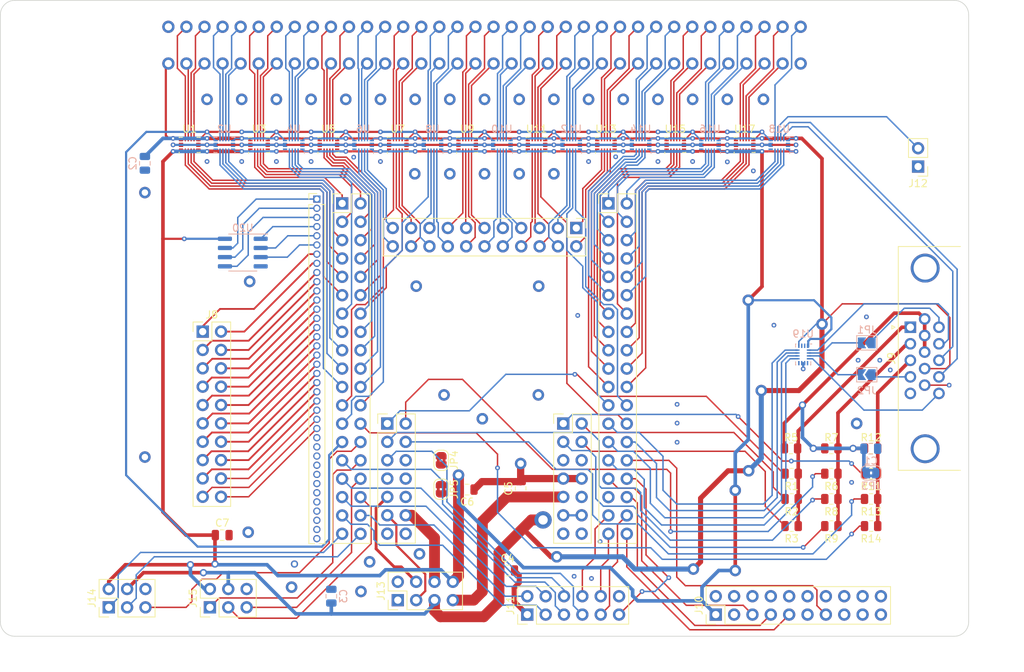
<source format=kicad_pcb>
(kicad_pcb (version 20221018) (generator pcbnew)
  (layers (0 "F.Cu" signal) (31 "B.Cu" signal) (34 "B.Paste" user) (35 "F.Paste" user) (36 "B.SilkS" user "B.Silkscreen") (37 "F.SilkS" user "F.Silkscreen") (38 "B.Mask" user) (39 "F.Mask" user) (44 "Edge.Cuts" user))
  (net 0 "")
  (net 55 "GND")
  (net 56 "OE")
  (net 57 "+3V3")
  (net 58 "35")
  (net 59 "34")
  (net 60 "33")
  (net 61 "32")
  (net 62 "31")
  (net 63 "30")
  (net 64 "29")
  (net 65 "28")
  (net 66 "27")
  (net 67 "26")
  (net 68 "25")
  (net 69 "24")
  (net 70 "23")
  (net 71 "22")
  (net 72 "21")
  (net 73 "20")
  (net 74 "19")
  (net 75 "18")
  (net 76 "17")
  (net 77 "16")
  (net 78 "15")
  (net 79 "14")
  (net 80 "13")
  (net 81 "12")
  (net 82 "11")
  (net 83 "10")
  (net 84 "9")
  (net 85 "8")
  (net 86 "7")
  (net 87 "6")
  (net 88 "5")
  (net 89 "4")
  (net 90 "3")
  (net 91 "2")
  (net 92 "37")
  (net 93 "38")
  (net 94 "39")
  (net 95 "40")
  (net 96 "41")
  (net 97 "42")
  (net 98 "43")
  (net 99 "44")
  (net 100 "45")
  (net 101 "46")
  (net 102 "47")
  (net 103 "48")
  (net 104 "49")
  (net 105 "50")
  (net 106 "51")
  (net 107 "52")
  (net 108 "53")
  (net 109 "54")
  (net 110 "55")
  (net 111 "56")
  (net 112 "57")
  (net 113 "58")
  (net 114 "59")
  (net 115 "60")
  (net 116 "61")
  (net 117 "62")
  (net 118 "63")
  (net 119 "64")
  (net 120 "65")
  (net 121 "66")
  (net 122 "67")
  (net 123 "68")
  (net 124 "69")
  (net 125 "70")
  (net 126 "71")
  (net 127 "T6")
  (net 128 "P8")
  (net 129 "R5")
  (net 130 "P7")
  (net 131 "T4")
  (net 132 "P6")
  (net 133 "T3")
  (net 134 "R3")
  (net 135 "N6")
  (net 136 "P5")
  (net 137 "R1")
  (net 138 "P2")
  (net 139 "P1")
  (net 140 "N4")
  (net 141 "N3")
  (net 142 "M1")
  (net 143 "M2")
  (net 144 "L4")
  (net 145 "K3")
  (net 146 "L1")
  (net 147 "L2")
  (net 148 "J4")
  (net 149 "J3")
  (net 150 "H3")
  (net 151 "H2")
  (net 152 "G3")
  (net 153 "G2")
  (net 154 "G4")
  (net 155 "E1")
  (net 156 "C1")
  (net 157 "C2")
  (net 158 "E3")
  (net 159 "E4")
  (net 160 "D3")
  (net 161 "E5")
  (net 162 "C4")
  (net 163 "D5")
  (net 164 "B1")
  (net 165 "J5")
  (net 166 "H5")
  (net 167 "IO0")
  (net 168 "PROG_FPGA_CS")
  (net 169 "R7")
  (net 170 "PROG_FLASH_CS")
  (net 171 "R6")
  (net 172 "IO3")
  (net 173 "R4")
  (net 174 "IO1")
  (net 175 "T2")
  (net 176 "N5")
  (net 177 "P4")
  (net 178 "P3")
  (net 179 "N1")
  (net 180 "M4")
  (net 181 "M3")
  (net 182 "L3")
  (net 183 "K4")
  (net 184 "K1")
  (net 185 "K2")
  (net 186 "J1")
  (net 187 "J2")
  (net 188 "G1")
  (net 189 "H4")
  (net 190 "F2")
  (net 191 "F1")
  (net 192 "D1")
  (net 193 "E2")
  (net 194 "F4")
  (net 195 "F3")
  (net 196 "F5")
  (net 197 "G5")
  (net 198 "D4")
  (net 199 "C3")
  (net 200 "A2")
  (net 201 "B2")
  (net 202 "+1V1")
  (net 203 "+2V5")
  (net 204 "VCCIOA")
  (net 205 "3V3REGOUT")
  (net 206 "M8")
  (net 207 "IO2")
  (net 208 "M6")
  (net 209 "M5")
  (net 210 "L5")
  (net 211 "K5")
  (net 212 "B4")
  (net 213 "A3")
  (net 214 "B5")
  (net 215 "A5")
  (net 216 "C6")
  (net 217 "B6")
  (net 218 "A6")
  (net 219 "B7")
  (net 220 "A7")
  (net 221 "B8")
  (net 222 "A8")
  (net 223 "A9")
  (net 224 "A10")
  (net 225 "B9")
  (net 226 "A11")
  (net 227 "B10")
  (net 228 "C11")
  (net 229 "B11")
  (net 230 "B12")
  (net 231 "A12")
  (net 232 "B13")
  (net 233 "A14")
  (net 234 "5VREGIN")
  (net 235 "3V3REGIN")
  (net 236 "CFG0")
  (net 237 "CFG1")
  (net 238 "M12")
  (net 239 "M11")
  (net 240 "K12")
  (net 241 "L12")
  (net 242 "TCK")
  (net 243 "PROG_DONE")
  (net 244 "PROGRAMN")
  (net 245 "nINIT")
  (net 246 "TMS")
  (net 247 "CFG2")
  (net 248 "PROG_CLK")
  (net 249 "TDI")
  (net 250 "TDO")
  (net 251 "R13")
  (net 252 "R15")
  (net 253 "T15")
  (net 254 "P13")
  (net 255 "N12")
  (net 256 "N16")
  (net 257 "P14")
  (net 258 "M14")
  (net 259 "M13")
  (net 260 "K13")
  (net 261 "L14")
  (net 262 "K15")
  (net 263 "K16")
  (net 264 "J15")
  (net 265 "J16")
  (net 266 "H13")
  (net 267 "G16")
  (net 268 "F16")
  (net 269 "F15")
  (net 270 "E15")
  (net 271 "D16")
  (net 272 "F14")
  (net 273 "F13")
  (net 274 "G12")
  (net 275 "F12")
  (net 276 "C14")
  (net 277 "D13")
  (net 278 "B15")
  (net 279 "A15")
  (net 280 "/VGA/SDA")
  (net 281 "/VGA/ID0")
  (net 282 "/VGA/ID2")
  (net 283 "/VGA/SCL")
  (net 289 "/VGA/ID2_VGA")
  (net 290 "/VGA/ID0_VGA")
  (net 291 "HSYNC_VGA")
  (net 292 "VSYNC_VGA")
  (net 298 "/Voltage Shifting/5V Data")
  (net 301 "/VGA/Red")
  (net 302 "/VGA/Green")
  (net 303 "/VGA/Blue")
  (net 304 "AGND")
  (footprint "Library:QFN-16_1.8x2.6_Pitch0.4mm" (layer "F.Cu") (at 78.4 69 90)
    (fp_text reference "U5")
    (fp_text value "UM3304QT")
  )
  (footprint "Library:QFN-16_1.8x2.6_Pitch0.4mm" (layer "F.Cu") (at 136 69 90)
    (fp_text reference "U17")
    (fp_text value "UM3304QT")
  )
  (footprint "Library:QFN-16_1.8x2.6_Pitch0.4mm" (layer "F.Cu") (at 88 69 90)
    (fp_text reference "U7")
    (fp_text value "UM3304QT")
  )
  (footprint "Connector_PinHeader_2.54mm:PinHeader_1x02_P2.54mm_Vertical" (layer "F.Cu") (at 160 72 180)
    (fp_text reference "J12")
    (fp_text value "Conn_01x01_Pin")
  )
  (footprint "Connector_PinHeader_2.54mm:PinHeader_2x06_P2.54mm_Vertical" (layer "F.Cu") (at 105.92 134 90)
    (fp_text reference "J11")
    (fp_text value "Conn_02x06_Odd_Even")
  )
  (footprint "Capacitor_SMD:C_0805_2012Metric" (layer "F.Cu") (at 97.6 116.7)
    (fp_text reference "C6")
    (fp_text value "C")
  )
  (footprint "Resistor_SMD:R_0805_2012Metric" (layer "F.Cu") (at 148 114.5)
    (fp_text reference "R6")
    (fp_text value "R")
  )
  (footprint "Library:QFN-16_1.8x2.6_Pitch0.4mm" (layer "F.Cu") (at 68.8 69 90)
    (fp_text reference "U3")
    (fp_text value "UM3304QT")
  )
  (footprint "Jumper:SolderJumper-2_P1.3mm_Bridged2Bar_RoundedPad1.0x1.5mm" (layer "F.Cu") (at 94 116.65 -90)
    (fp_text reference "JP5")
    (fp_text value "Jumper_2_Bridged")
  )
  (footprint "Connector_Dsub:DSUB-15-HD_Female_Horizontal_P2.29x1.98mm_EdgePinOffset3.03mm_Housed_MountingHolesOffset4.94mm" (layer "F.Cu") (at 158.93 94.235 90)
    (fp_text reference "J9")
    (fp_text value "DE15_Receptacle_HighDensity_MountingHoles")
  )
  (footprint "Capacitor_SMD:C_0805_2012Metric" (layer "F.Cu") (at 103.2 127.9)
    (fp_text reference "C4")
    (fp_text value "C")
  )
  (footprint "Connector_PinHeader_2.54mm:PinHeader_2x07_P2.54mm_Vertical" (layer "F.Cu") (at 86.55 107.56)
    (fp_text reference "J4" hide)
    (fp_text value "Conn_01x14")
  )
  (footprint "Connector_PinHeader_2.54mm:PinHeader_2x03_P2.54mm_Vertical" (layer "F.Cu") (at 62 133 90)
    (fp_text reference "J15")
    (fp_text value "Conn_02x03_Odd_Even")
  )
  (footprint "Library:QFN-16_1.8x2.6_Pitch0.4mm" (layer "F.Cu") (at 59.2 69 90)
    (fp_text reference "U1")
    (fp_text value "UM3304QT")
  )
  (footprint "Jumper:SolderJumper-2_P1.3mm_Bridged2Bar_RoundedPad1.0x1.5mm" (layer "F.Cu") (at 94 112.65 -90)
    (fp_text reference "JP4")
    (fp_text value "Jumper_2_Bridged")
  )
  (footprint "Connector_PinHeader_2.54mm:PinHeader_2x11_P2.54mm_Vertical" (layer "F.Cu") (at 112.7 80.5 -90)
    (fp_text reference "J5" hide)
    (fp_text value "Conn_02x11")
  )
  (footprint "Library:NES_Connector" (layer "F.Cu") (at 100 55.2)
    (fp_text reference "J1" hide)
    (fp_text value "NES Connector")
  )
  (footprint "Resistor_SMD:R_0805_2012Metric" (layer "F.Cu") (at 148 111 180)
    (fp_text reference "R7")
    (fp_text value "R")
  )
  (footprint "Connector_PinHeader_2.54mm:PinHeader_2x19_P2.54mm_Vertical" (layer "F.Cu") (at 117.15 77.1)
    (fp_text reference "J7" hide)
    (fp_text value "Conn_01x38")
  )
  (footprint "Library:QFN-16_1.8x2.6_Pitch0.4mm" (layer "F.Cu") (at 97.6 69 90)
    (fp_text reference "U9")
    (fp_text value "UM3304QT")
  )
  (footprint "Connector_PinHeader_2.54mm:PinHeader_2x07_P2.54mm_Vertical" (layer "F.Cu") (at 110.9 107.56)
    (fp_text reference "J6" hide)
    (fp_text value "Conn_01x14")
  )
  (footprint "Resistor_SMD:R_0805_2012Metric" (layer "F.Cu") (at 153.5 121.75)
    (fp_text reference "R14")
    (fp_text value "R")
  )
  (footprint "Resistor_SMD:R_0805_2012Metric" (layer "F.Cu") (at 142.5 118)
    (fp_text reference "R2")
    (fp_text value "R")
  )
  (footprint "Library:QFN-16_1.8x2.6_Pitch0.4mm" (layer "F.Cu") (at 107.2 69 90)
    (fp_text reference "U11")
    (fp_text value "UM3304QT")
  )
  (footprint "Resistor_SMD:R_0805_2012Metric" (layer "F.Cu") (at 153.5 111 180)
    (fp_text reference "R12")
    (fp_text value "R")
  )
  (footprint "Capacitor_SMD:C_0805_2012Metric" (layer "F.Cu") (at 105 116.55 90)
    (fp_text reference "C5")
    (fp_text value "C")
  )
  (footprint "Resistor_SMD:R_0805_2012Metric" (layer "F.Cu") (at 148 118)
    (fp_text reference "R8")
    (fp_text value "R")
  )
  (footprint "Library:QFN-16_1.8x2.6_Pitch0.4mm" (layer "F.Cu") (at 116.8 69 90)
    (fp_text reference "U13")
    (fp_text value "UM3304QT")
  )
  (footprint "Connector_PinHeader_1.27mm:PinHeader_1x38_P1.27mm_Vertical" (layer "F.Cu") (at 76.8 76.5)
    (fp_text reference "J2" hide)
    (fp_text value "Conn_01x38")
  )
  (footprint "Connector_PinHeader_2.54mm:PinHeader_2x10_P2.54mm_Vertical" (layer "F.Cu") (at 132 134 90)
    (fp_text reference "J10")
    (fp_text value "Conn_ARM_JTAG_SWD_20")
  )
  (footprint "Library:QFN-16_1.8x2.6_Pitch0.4mm" (layer "F.Cu") (at 126.4 69 90)
    (fp_text reference "U15")
    (fp_text value "UM3304QT")
  )
  (footprint "Connector_PinHeader_2.54mm:PinHeader_2x19_P2.54mm_Vertical" (layer "F.Cu") (at 80.3 77.1)
    (fp_text reference "J3" hide)
    (fp_text value "Conn_01x38")
  )
  (footprint "Resistor_SMD:R_0805_2012Metric" (layer "F.Cu") (at 153.5 118)
    (fp_text reference "R13")
    (fp_text value "R")
  )
  (footprint "Connector_PinHeader_2.54mm:PinHeader_2x04_P2.54mm_Vertical" (layer "F.Cu") (at 88 132 90)
    (fp_text reference "J13")
    (fp_text value "Conn_02x04_Odd_Even")
  )
  (footprint "Resistor_SMD:R_0805_2012Metric" (layer "F.Cu") (at 153.5 114.5)
    (fp_text reference "R11")
    (fp_text value "R")
  )
  (footprint "Connector_PinHeader_2.54mm:PinHeader_2x03_P2.54mm_Vertical" (layer "F.Cu") (at 48 133 90)
    (fp_text reference "J14")
    (fp_text value "Conn_02x03_Odd_Even")
  )
  (footprint "Resistor_SMD:R_0805_2012Metric" (layer "F.Cu") (at 148 121.75)
    (fp_text reference "R9")
    (fp_text value "R")
  )
  (footprint "Capacitor_SMD:C_0805_2012Metric" (layer "F.Cu") (at 63.7 123)
    (fp_text reference "C7")
    (fp_text value "C")
  )
  (footprint "Connector_PinHeader_2.54mm:PinHeader_2x10_P2.54mm_Vertical" (layer "F.Cu") (at 61 94.84)
    (fp_text reference "J8")
    (fp_text value "Conn_01x20_Pin")
  )
  (footprint "Resistor_SMD:R_0805_2012Metric" (layer "F.Cu") (at 142.5 114.5)
    (fp_text reference "R1")
    (fp_text value "R")
  )
  (footprint "Resistor_SMD:R_0805_2012Metric" (layer "F.Cu") (at 142.5 121.75)
    (fp_text reference "R3")
    (fp_text value "R")
  )
  (footprint "Resistor_SMD:R_0805_2012Metric" (layer "F.Cu") (at 142.4125 111 180)
    (fp_text reference "R5")
    (fp_text value "R")
  )
  (footprint "Library:QFN-16_1.8x2.6_Pitch0.4mm" (layer "B.Cu") (at 102.4 69 90)
    (fp_text reference "U10")
    (fp_text value "UM3304QT")
  )
  (footprint "Library:QFN-16_1.8x2.6_Pitch0.4mm" (layer "B.Cu") (at 64 69 90)
    (fp_text reference "U2")
    (fp_text value "UM3304QT")
  )
  (footprint "Capacitor_SMD:C_0805_2012Metric" (layer "B.Cu") (at 53 71.55 -90)
    (fp_text reference "C2")
    (fp_text value "C")
  )
  (footprint "Capacitor_SMD:C_0805_2012Metric" (layer "B.Cu") (at 153.45 111.05)
    (fp_text reference "C1")
    (fp_text value "C")
  )
  (footprint "Package_SO:SOIC-8_3.9x4.9mm_P1.27mm" (layer "B.Cu") (at 66.55 83.9 180)
    (fp_text reference "U20")
    (fp_text value "PSRAM")
  )
  (footprint "Library:QFN-16_1.8x2.6_Pitch0.4mm" (layer "B.Cu") (at 92.8 69 90)
    (fp_text reference "U8")
    (fp_text value "UM3304QT")
  )
  (footprint "Library:QFN-16_1.8x2.6_Pitch0.4mm" (layer "B.Cu") (at 131.2 69 90)
    (fp_text reference "U16")
    (fp_text value "UM3304QT")
  )
  (footprint "Library:QFN-16_1.8x2.6_Pitch0.4mm" (layer "B.Cu") (at 112 69 90)
    (fp_text reference "U12")
    (fp_text value "UM3304QT")
  )
  (footprint "Library:QFN-16_1.8x2.6_Pitch0.4mm" (layer "B.Cu") (at 144.1 98 180)
    (fp_text reference "U19")
    (fp_text value "UM3304QT")
  )
  (footprint "Library:QFN-16_1.8x2.6_Pitch0.4mm" (layer "B.Cu") (at 73.6 69 90)
    (fp_text reference "U4")
    (fp_text value "UM3304QT")
  )
  (footprint "Library:QFN-16_1.8x2.6_Pitch0.4mm" (layer "B.Cu") (at 83.2 69 90)
    (fp_text reference "U6")
    (fp_text value "UM3304QT")
  )
  (footprint "Library:QFN-16_1.8x2.6_Pitch0.4mm" (layer "B.Cu") (at 121.6 69 90)
    (fp_text reference "U14")
    (fp_text value "UM3304QT")
  )
  (footprint "Jumper:SolderJumper-2_P1.3mm_Open_TrianglePad1.0x1.5mm" (layer "B.Cu") (at 152.9 100.8 180)
    (fp_text reference "JP2")
    (fp_text value "Jumper_2_Open")
  )
  (footprint "Jumper:SolderJumper-2_P1.3mm_Open_TrianglePad1.0x1.5mm" (layer "B.Cu") (at 152.9 96.4 180)
    (fp_text reference "JP1")
    (fp_text value "Jumper_2_Open")
  )
  (footprint "Jumper:SolderJumper-2_P1.3mm_Bridged2Bar_RoundedPad1.0x1.5mm" (layer "B.Cu") (at 153.5 114.4)
    (fp_text reference "JP3")
    (fp_text value "Jumper_2_Bridged")
  )
  (footprint "Library:QFN-16_1.8x2.6_Pitch0.4mm" (layer "B.Cu") (at 140.8 69 90)
    (fp_text reference "U18")
    (fp_text value "UM3304QT")
  )
  (footprint "Capacitor_SMD:C_0805_2012Metric" (layer "B.Cu") (at 78.8 131.45 90)
    (fp_text reference "C3")
    (fp_text value "C")
  )
  (gr_line (start 35 49) (end 165 49) (stroke (width 0.1)) (layer "Edge.Cuts"))
  (gr_line (start 167 51) (end 167 135) (stroke (width 0.1)) (layer "Edge.Cuts"))
  (gr_arc (start 167 135) (mid 166.414214 136.414214) (end 165 137) (stroke (width 0.1)) (layer "Edge.Cuts"))
  (gr_arc (start 165 49) (mid 166.414214 49.585786) (end 167 51) (stroke (width 0.1)) (layer "Edge.Cuts"))
  (gr_arc (start 35 137) (mid 33.585786 136.414214) (end 33 135) (stroke (width 0.1)) (layer "Edge.Cuts"))
  (gr_line (start 165 137) (end 35 137) (stroke (width 0.1)) (layer "Edge.Cuts"))
  (gr_line (start 33 135) (end 33 51) (stroke (width 0.1)) (layer "Edge.Cuts"))
  (gr_arc (start 33 51) (mid 33.585786 49.585786) (end 35 49) (stroke (width 0.1)) (layer "Edge.Cuts"))
  (via (at 151.7 98.8) (size 0.65) (drill 0.3) (layers "F.Cu" "B.Cu") (net 0))
  (segment (start 137.2 69) (end 137.2 69.2) (width 0.2) (layer "F.Cu") (net 55))
  (segment (start 85.6 69) (end 80.8 69) (width 0.3) (layer "F.Cu") (net 55))
  (segment (start 108.4 69) (end 108.4 69.2) (width 0.2) (layer "F.Cu") (net 55))
  (segment (start 90.4 69) (end 95.2 69) (width 0.3) (layer "F.Cu") (net 55))
  (segment (start 71.2 69) (end 70 69) (width 0.3) (layer "F.Cu") (net 55))
  (segment (start 79.6 69) (end 79.6 68.8) (width 0.2) (layer "F.Cu") (net 55))
  (segment (start 100 69) (end 98.8 69) (width 0.3) (layer "F.Cu") (net 55))
  (segment (start 98.8 69) (end 98.8 68.8) (width 0.2) (layer "F.Cu") (net 55))
  (segment (start 99.65 115.6) (end 105 115.6) (width 1) (layer "F.Cu") (net 55))
  (segment (start 119.2 69) (end 118 69) (width 0.3) (layer "F.Cu") (net 55))
  (segment (start 104.1 132.18) (end 105.92 134) (width 0.7) (layer "F.Cu") (net 55))
  (segment (start 128.8 69) (end 127.6 69) (width 0.3) (layer "F.Cu") (net 55))
  (segment (start 100 69) (end 104.8 69) (width 0.3) (layer "F.Cu") (net 55))
  (segment (start 104.1 130.300051) (end 104.1 132.18) (width 0.7) (layer "F.Cu") (net 55))
  (segment (start 80.8 69) (end 79.6 69) (width 0.3) (layer "F.Cu") (net 55))
  (segment (start 164.3 102.25) (end 160.91 102.25) (width 0.2) (layer "F.Cu") (net 55))
  (segment (start 118 69) (end 118 68.8) (width 0.2) (layer "F.Cu") (net 55))
  (segment (start 108.4 69) (end 108.4 68.8) (width 0.2) (layer "F.Cu") (net 55))
  (segment (start 138.4 69) (end 137.2 69) (width 0.3) (layer "F.Cu") (net 55))
  (segment (start 70 69) (end 70 69.2) (width 0.2) (layer "F.Cu") (net 55))
  (segment (start 98.55 116.7) (end 99.65 115.6) (width 1) (layer "F.Cu") (net 55))
  (segment (start 137.2 69) (end 137.2 68.8) (width 0.2) (layer "F.Cu") (net 55))
  (segment (start 60.4 69) (end 61.6 69) (width 0.3) (layer "F.Cu") (net 55))
  (segment (start 114.4 69) (end 109.6 69) (width 0.3) (layer "F.Cu") (net 55))
  (segment (start 104.15 127.9) (end 104.8 128.55) (width 0.7) (layer "F.Cu") (net 55))
  (segment (start 61.6 69) (end 66.4 69) (width 0.3) (layer "F.Cu") (net 55))
  (segment (start 105.42 115.18) (end 105 115.6) (width 1) (layer "F.Cu") (net 55))
  (segment (start 105 115.6) (end 105 113.1) (width 1) (layer "F.Cu") (net 55))
  (segment (start 133.6 69) (end 128.8 69) (width 0.3) (layer "F.Cu") (net 55))
  (segment (start 60.4 69) (end 60.4 69.2) (width 0.2) (layer "F.Cu") (net 55))
  (segment (start 127.6 69) (end 127.6 68.8) (width 0.2) (layer "F.Cu") (net 55))
  (segment (start 89.2 69) (end 89.2 69.2) (width 0.2) (layer "F.Cu") (net 55))
  (segment (start 138.4 69) (end 143.1 69) (width 0.3) (layer "F.Cu") (net 55))
  (segment (start 104.8 129.600051) (end 104.1 130.300051) (width 0.7) (layer "F.Cu") (net 55))
  (segment (start 110.9 115.18) (end 113.44 115.18) (width 1) (layer "F.Cu") (net 55))
  (segment (start 90.4 69) (end 89.2 69) (width 0.3) (layer "F.Cu") (net 55))
  (segment (start 118 69) (end 118 69.2) (width 0.2) (layer "F.Cu") (net 55))
  (segment (start 124 69) (end 119.2 69) (width 0.3) (layer "F.Cu") (net 55))
  (segment (start 98.8 69) (end 98.8 69.2) (width 0.2) (layer "F.Cu") (net 55))
  (segment (start 109.6 69) (end 108.4 69) (width 0.3) (layer "F.Cu") (net 55))
  (segment (start 89.2 69) (end 89.2 68.8) (width 0.2) (layer "F.Cu") (net 55))
  (segment (start 71.2 69) (end 76 69) (width 0.3) (layer "F.Cu") (net 55))
  (segment (start 70 69) (end 70 68.8) (width 0.2) (layer "F.Cu") (net 55))
  (segment (start 104.8 128.55) (end 104.8 129.600051) (width 0.7) (layer "F.Cu") (net 55))
  (segment (start 60.4 68.8) (end 60.4 69) (width 0.2) (layer "F.Cu") (net 55))
  (segment (start 79.6 69) (end 79.6 69.2) (width 0.2) (layer "F.Cu") (net 55))
  (segment (start 127.6 69) (end 127.6 69.2) (width 0.2) (layer "F.Cu") (net 55))
  (segment (start 110.9 115.18) (end 105.42 115.18) (width 1) (layer "F.Cu") (net 55))
  (via (at 71.2 71.3) (size 0.65) (drill 0.3) (layers "F.Cu" "B.Cu") (net 55))
  (via (at 126.65 104.9) (size 0.65) (drill 0.3) (layers "F.Cu" "B.Cu") (net 55))
  (via (at 128.8 71.3) (size 0.65) (drill 0.3) (layers "F.Cu" "B.Cu") (net 55))
  (via (at 118.15 70.65) (size 0.65) (drill 0.3) (layers "F.Cu" "B.Cu") (net 55))
  (via (at 61.6 69) (size 0.65) (drill 0.3) (layers "F.Cu" "B.Cu") (net 55))
  (via (at 156.15 100.15) (size 0.65) (drill 0.3) (layers "F.Cu" "B.Cu") (net 55))
  (via (at 124 62.7) (size 1.6) (drill 0.9) (layers "F.Cu" "B.Cu") (net 55))
  (via (at 71.2 69) (size 0.65) (drill 0.3) (layers "F.Cu" "B.Cu") (net 55))
  (via (at 61.6 71.3) (size 0.65) (drill 0.3) (layers "F.Cu" "B.Cu") (net 55))
  (via (at 138.4 69) (size 0.65) (drill 0.3) (layers "F.Cu" "B.Cu") (net 55))
  (via (at 67.5 87.9) (size 1.6) (drill 0.9) (layers "F.Cu" "B.Cu") (net 55))
  (via (at 114.4 71.3) (size 0.65) (drill 0.3) (layers "F.Cu" "B.Cu") (net 55))
  (via (at 90.35 73) (size 1.6) (drill 0.9) (layers "F.Cu" "B.Cu") (net 55))
  (via (at 81.9 70.7) (size 0.65) (drill 0.3) (layers "F.Cu" "B.Cu") (net 55))
  (via (at 66.4 69) (size 0.65) (drill 0.3) (layers "F.Cu" "B.Cu") (net 55))
  (via (at 107.5 88.55) (size 1.6) (drill 0.9) (layers "F.Cu" "B.Cu") (net 55))
  (via (at 151.5 107.55) (size 1.6) (drill 0.9) (layers "F.Cu" "B.Cu") (net 55))
  (via (at 133.6 62.7) (size 1.6) (drill 0.9) (layers "F.Cu" "B.Cu") (net 55))
  (via (at 85.6 62.7) (size 1.6) (drill 0.9) (layers "F.Cu" "B.Cu") (net 55))
  (via (at 133.6 71.35) (size 0.65) (drill 0.3) (layers "F.Cu" "B.Cu") (net 55))
  (via (at 100 62.7) (size 1.6) (drill 0.9) (layers "F.Cu" "B.Cu") (net 55))
  (via (at 90.4 69) (size 0.65) (drill 0.3) (layers "F.Cu" "B.Cu") (net 55))
  (via (at 104.8 69) (size 0.65) (drill 0.3) (layers "F.Cu" "B.Cu") (net 55))
  (via (at 128.8 69) (size 0.65) (drill 0.3) (layers "F.Cu" "B.Cu") (net 55))
  (via (at 100 69) (size 0.65) (drill 0.3) (layers "F.Cu" "B.Cu") (net 55))
  (via (at 128.8 62.7) (size 1.6) (drill 0.9) (layers "F.Cu" "B.Cu") (net 55))
  (via (at 126.65 107.5) (size 0.65) (drill 0.3) (layers "F.Cu" "B.Cu") (net 55))
  (via (at 53 112.2) (size 1.6) (drill 0.9) (layers "F.Cu" "B.Cu") (net 55))
  (via (at 112.4 128.7) (size 0.65) (drill 0.3) (layers "F.Cu" "B.Cu") (net 55))
  (via (at 82.9 130.8) (size 1.6) (drill 0.9) (layers "F.Cu" "B.Cu") (net 55))
  (via (at 95.2 73) (size 1.6) (drill 0.9) (layers "F.Cu" "B.Cu") (net 55))
  (via (at 73.3 130.2) (size 1.6) (drill 0.9) (layers "F.Cu" "B.Cu") (net 55))
  (via (at 56.9 69) (size 0.65) (drill 0.3) (layers "F.Cu" "B.Cu") (net 55))
  (via (at 84.1 126.7) (size 1.6) (drill 0.9) (layers "F.Cu" "B.Cu") (net 55))
  (via (at 119.2 69) (size 0.65) (drill 0.3) (layers "F.Cu" "B.Cu") (net 55))
  (via (at 53 75.6) (size 1.6) (drill 0.9) (layers "F.Cu" "B.Cu") (net 55))
  (via (at 109.6 73) (size 1.6) (drill 0.9) (layers "F.Cu" "B.Cu") (net 55))
  (via (at 76 71.3) (size 0.65) (drill 0.3) (layers "F.Cu" "B.Cu") (net 55))
  (via (at 76 69) (size 0.65) (drill 0.3) (layers "F.Cu" "B.Cu") (net 55))
  (via (at 114.4 69) (size 0.65) (drill 0.3) (layers "F.Cu" "B.Cu") (net 55))
  (via (at 90.55 88.55) (size 1.6) (drill 0.9) (layers "F.Cu" "B.Cu") (net 55))
  (via (at 94.4 103.6) (size 1.6) (drill 0.9) (layers "F.Cu" "B.Cu") (net 55))
  (via (at 114.4 62.7) (size 1.6) (drill 0.9) (layers "F.Cu" "B.Cu") (net 55))
  (via (at 138.6 62.7) (size 1.6) (drill 0.9) (layers "F.Cu" "B.Cu") (net 55))
  (via (at 133.6 69) (size 0.65) (drill 0.3) (layers "F.Cu" "B.Cu") (net 55))
  (via (at 105 113.1) (size 1.6) (drill 0.9) (layers "F.Cu" "B.Cu") (net 55))
  (via (at 99.7 106.9) (size 1.6) (drill 0.9) (layers "F.Cu" "B.Cu") (net 55))
  (via (at 109.6 62.7) (size 1.6) (drill 0.9) (layers "F.Cu" "B.Cu") (net 55))
  (via (at 76 62.7) (size 1.6) (drill 0.9) (layers "F.Cu" "B.Cu") (net 55))
  (via (at 95.2 69) (size 0.65) (drill 0.3) (layers "F.Cu" "B.Cu") (net 55))
  (via (at 107.45 103.6) (size 1.6) (drill 0.9) (layers "F.Cu" "B.Cu") (net 55))
  (via (at 91 125.6) (size 1.6) (drill 0.9) (layers "F.Cu" "B.Cu") (net 55))
  (via (at 90.4 62.7) (size 1.6) (drill 0.9) (layers "F.Cu" "B.Cu") (net 55))
  (via (at 85.6 71.3) (size 0.65) (drill 0.3) (layers "F.Cu" "B.Cu") (net 55))
  (via (at 61.6 62.7) (size 1.6) (drill 0.9) (layers "F.Cu" "B.Cu") (net 55))
  (via (at 124 69) (size 0.65) (drill 0.3) (layers "F.Cu" "B.Cu") (net 55))
  (via (at 150.8 115.7) (size 0.65) (drill 0.3) (layers "F.Cu" "B.Cu") (net 55))
  (via (at 104.8 73) (size 1.6) (drill 0.9) (layers "F.Cu" "B.Cu") (net 55))
  (via (at 144.1 100) (size 0.65) (drill 0.3) (layers "F.Cu" "B.Cu") (net 55))
  (via (at 114.8 129) (size 0.65) (drill 0.3) (layers "F.Cu" "B.Cu") (net 55))
  (via (at 67.3 122.6) (size 1.6) (drill 0.9) (layers "F.Cu" "B.Cu") (net 55))
  (via (at 66.4 62.7) (size 1.6) (drill 0.9) (layers "F.Cu" "B.Cu") (net 55))
  (via (at 154.7 98.8) (size 0.65) (drill 0.3) (layers "F.Cu" "B.Cu") (net 55))
  (via (at 164.3 102.25) (size 0.65) (drill 0.3) (layers "F.Cu" "B.Cu") (net 55))
  (via (at 80.8 69) (size 0.65) (drill 0.3) (layers "F.Cu" "B.Cu") (net 55))
  (via (at 137.2 72.6) (size 0.65) (drill 0.3) (layers "F.Cu" "B.Cu") (net 55))
  (via (at 95.2 62.7) (size 1.6) (drill 0.9) (layers "F.Cu" "B.Cu") (net 55))
  (via (at 71.2 62.7) (size 1.6) (drill 0.9) (layers "F.Cu" "B.Cu") (net 55))
  (via (at 126.65 110.15) (size 0.65) (drill 0.3) (layers "F.Cu" "B.Cu") (net 55))
  (via (at 124 71.3) (size 0.65) (drill 0.3) (layers "F.Cu" "B.Cu") (net 55))
  (via (at 116 123.9) (size 0.65) (drill 0.3) (layers "F.Cu" "B.Cu") (net 55))
  (via (at 140.05 93.95) (size 0.65) (drill 0.3) (layers "F.Cu" "B.Cu") (net 55))
  (via (at 143.1 69) (size 0.65) (drill 0.3) (layers "F.Cu" "B.Cu") (net 55))
  (via (at 66.4 71.3) (size 0.65) (drill 0.3) (layers "F.Cu" "B.Cu") (net 55))
  (via (at 73.7 127) (size 1) (drill 0.6) (layers "F.Cu" "B.Cu") (net 55))
  (via (at 112.9 92.6) (size 0.65) (drill 0.3) (layers "F.Cu" "B.Cu") (net 55))
  (via (at 100 73) (size 1.6) (drill 0.9) (layers "F.Cu" "B.Cu") (net 55))
  (via (at 119.2 62.7) (size 1.6) (drill 0.9) (layers "F.Cu" "B.Cu") (net 55))
  (via (at 80.8 62.7) (size 1.6) (drill 0.9) (layers "F.Cu" "B.Cu") (net 55))
  (via (at 104.8 62.7) (size 1.6) (drill 0.9) (layers "F.Cu" "B.Cu") (net 55))
  (via (at 152.85 92.8) (size 0.65) (drill 0.3) (layers "F.Cu" "B.Cu") (net 55))
  (via (at 109.6 69) (size 0.65) (drill 0.3) (layers "F.Cu" "B.Cu") (net 55))
  (via (at 85.6 69) (size 0.65) (drill 0.3) (layers "F.Cu" "B.Cu") (net 55))
  (segment (start 138.4 69) (end 133.6 69) (width 0.3) (layer "B.Cu") (net 55))
  (segment (start 139.6 69) (end 138.4 69) (width 0.3) (layer "B.Cu") (net 55))
  (segment (start 109.6 69) (end 110.8 69) (width 0.3) (layer "B.Cu") (net 55))
  (segment (start 85.6 69) (end 90.4 69) (width 0.3) (layer "B.Cu") (net 55))
  (segment (start 82 69) (end 82 68.8) (width 0.2) (layer "B.Cu") (net 55))
  (segment (start 144.1 99.2) (end 144.3 99.2) (width 0.2) (layer "B.Cu") (net 55))
  (segment (start 130 69) (end 130 69.2) (width 0.2) (layer "B.Cu") (net 55))
  (segment (start 72.4 69) (end 72.4 69.2) (width 0.2) (layer "B.Cu") (net 55))
  (segment (start 61.6 69) (end 56.9 69) (width 0.3) (layer "B.Cu") (net 55))
  (segment (start 76 69) (end 80.8 69) (width 0.3) (layer "B.Cu") (net 55))
  (segment (start 110.8 69) (end 110.8 68.8) (width 0.2) (layer "B.Cu") (net 55))
  (segment (start 128.8 69) (end 130 69) (width 0.3) (layer "B.Cu") (net 55))
  (segment (start 110.8 69) (end 110.8 69.2) (width 0.2) (layer "B.Cu") (net 55))
  (segment (start 139.6 68.8) (end 139.6 69) (width 0.2) (layer "B.Cu") (net 55))
  (segment (start 66.4 69) (end 71.2 69) (width 0.3) (layer "B.Cu") (net 55))
  (segment (start 101.2 69) (end 101.2 68.8) (width 0.2) (layer "B.Cu") (net 55))
  (segment (start 114.4 69) (end 119.2 69) (width 0.3) (layer "B.Cu") (net 55))
  (segment (start 80.8 69) (end 82 69) (width 0.3) (layer "B.Cu") (net 55))
  (segment (start 109.6 69) (end 104.8 69) (width 0.3) (layer "B.Cu") (net 55))
  (segment (start 128.8 69) (end 124 69) (width 0.3) (layer "B.Cu") (net 55))
  (segment (start 101.2 69) (end 101.2 69.2) (width 0.2) (layer "B.Cu") (net 55))
  (segment (start 113.44 120.26) (end 110.9 120.26) (width 0.3) (layer "B.Cu") (net 55))
  (segment (start 61.6 69) (end 62.8 69) (width 0.3) (layer "B.Cu") (net 55))
  (segment (start 143.9 99.2) (end 144.1 99.2) (width 0.2) (layer "B.Cu") (net 55))
  (segment (start 91.6 69) (end 91.6 69.2) (width 0.2) (layer "B.Cu") (net 55))
  (segment (start 71.2 69) (end 72.4 69) (width 0.3) (layer "B.Cu") (net 55))
  (segment (start 120.4 69) (end 120.4 69.2) (width 0.2) (layer "B.Cu") (net 55))
  (segment (start 62.8 69) (end 62.8 68.8) (width 0.2) (layer "B.Cu") (net 55))
  (segment (start 62.8 69) (end 62.8 69.2) (width 0.2) (layer "B.Cu") (net 55))
  (segment (start 72.4 69) (end 72.4 68.8) (width 0.2) (layer "B.Cu") (net 55))
  (segment (start 120.4 69) (end 120.4 68.8) (width 0.2) (layer "B.Cu") (net 55))
  (segment (start 130 69) (end 130 68.8) (width 0.2) (layer "B.Cu") (net 55))
  (segment (start 91.6 69) (end 91.6 68.8) (width 0.2) (layer "B.Cu") (net 55))
  (segment (start 139.6 69) (end 139.6 69.2) (width 0.2) (layer "B.Cu") (net 55))
  (segment (start 144.1 99.2) (end 144.1 100) (width 0.3) (layer "B.Cu") (net 55))
  (segment (start 82 69) (end 82 69.2) (width 0.2) (layer "B.Cu") (net 55))
  (segment (start 119.2 69) (end 120.4 69) (width 0.3) (layer "B.Cu") (net 55))
  (segment (start 100 69) (end 101.2 69) (width 0.3) (layer "B.Cu") (net 55))
  (segment (start 100 69) (end 95.2 69) (width 0.3) (layer "B.Cu") (net 55))
  (segment (start 90.4 69) (end 91.6 69) (width 0.3) (layer "B.Cu") (net 55))
  (segment (start 114.4 67.2) (end 109.6 67.2) (width 0.3) (layer "F.Cu") (net 56))
  (segment (start 61.6 67.2) (end 66.4 67.2) (width 0.3) (layer "F.Cu") (net 56))
  (segment (start 109.6 67.2) (end 108.4 68.4) (width 0.2) (layer "F.Cu") (net 56))
  (segment (start 90.4 67.2) (end 89.2 68.4) (width 0.2) (layer "F.Cu") (net 56))
  (segment (start 80.8 67.2) (end 79.6 68.4) (width 0.2) (layer "F.Cu") (net 56))
  (segment (start 90.4 67.2) (end 95.2 67.2) (width 0.3) (layer "F.Cu") (net 56))
  (segment (start 100 67.2) (end 104.8 67.2) (width 0.3) (layer "F.Cu") (net 56))
  (segment (start 138.4 67.2) (end 137.2 68.4) (width 0.2) (layer "F.Cu") (net 56))
  (segment (start 71.2 67.2) (end 76 67.2) (width 0.3) (layer "F.Cu") (net 56))
  (segment (start 133.6 67.2) (end 128.8 67.2) (width 0.3) (layer "F.Cu") (net 56))
  (segment (start 60.4 68.4) (end 61.6 67.2) (width 0.2) (layer "F.Cu") (net 56))
  (segment (start 80.8 67.2) (end 85.6 67.2) (width 0.3) (layer "F.Cu") (net 56))
  (segment (start 71.2 67.2) (end 70 68.4) (width 0.2) (layer "F.Cu") (net 56))
  (segment (start 128.8 67.2) (end 127.6 68.4) (width 0.2) (layer "F.Cu") (net 56))
  (segment (start 100 67.2) (end 98.8 68.4) (width 0.2) (layer "F.Cu") (net 56))
  (segment (start 119.2 67.2) (end 118 68.4) (width 0.2) (layer "F.Cu") (net 56))
  (segment (start 124 67.2) (end 119.2 67.2) (width 0.3) (layer "F.Cu") (net 56))
  (via (at 61.6 67.2) (size 0.65) (drill 0.3) (layers "F.Cu" "B.Cu") (net 56))
  (via (at 133.6 67.2) (size 0.65) (drill 0.3) (layers "F.Cu" "B.Cu") (net 56))
  (via (at 124 67.2) (size 0.65) (drill 0.3) (layers "F.Cu" "B.Cu") (net 56))
  (via (at 80.8 67.2) (size 0.65) (drill 0.3) (layers "F.Cu" "B.Cu") (net 56))
  (via (at 76 67.2) (size 0.65) (drill 0.3) (layers "F.Cu" "B.Cu") (net 56))
  (via (at 104.8 67.2) (size 0.65) (drill 0.3) (layers "F.Cu" "B.Cu") (net 56))
  (via (at 138.4 67.2) (size 0.65) (drill 0.3) (layers "F.Cu" "B.Cu") (net 56))
  (via (at 128.8 67.2) (size 0.65) (drill 0.3) (layers "F.Cu" "B.Cu") (net 56))
  (via (at 71.2 67.2) (size 0.65) (drill 0.3) (layers "F.Cu" "B.Cu") (net 56))
  (via (at 114.4 67.2) (size 0.65) (drill 0.3) (layers "F.Cu" "B.Cu") (net 56))
  (via (at 66.4 67.2) (size 0.65) (drill 0.3) (layers "F.Cu" "B.Cu") (net 56))
  (via (at 95.2 67.2) (size 0.65) (drill 0.3) (layers "F.Cu" "B.Cu") (net 56))
  (via (at 119.2 67.2) (size 0.65) (drill 0.3) (layers "F.Cu" "B.Cu") (net 56))
  (via (at 109.6 67.2) (size 0.65) (drill 0.3) (layers "F.Cu" "B.Cu") (net 56))
  (via (at 90.4 67.2) (size 0.65) (drill 0.3) (layers "F.Cu" "B.Cu") (net 56))
  (via (at 85.6 67.2) (size 0.65) (drill 0.3) (layers "F.Cu" "B.Cu") (net 56))
  (via (at 100 67.2) (size 0.65) (drill 0.3) (layers "F.Cu" "B.Cu") (net 56))
  (segment (start 119.2 67.2) (end 120.4 68.4) (width 0.2) (layer "B.Cu") (net 56))
  (segment (start 138.4 67.2) (end 133.6 67.2) (width 0.3) (layer "B.Cu") (net 56))
  (segment (start 128.8 67.2) (end 124 67.2) (width 0.3) (layer "B.Cu") (net 56))
  (segment (start 128.8 67.2) (end 130 68.4) (width 0.2) (layer "B.Cu") (net 56))
  (segment (start 76 67.2) (end 80.8 67.2) (width 0.3) (layer "B.Cu") (net 56))
  (segment (start 80.8 67.2) (end 82 68.4) (width 0.2) (layer "B.Cu") (net 56))
  (segment (start 109.6 67.2) (end 104.8 67.2) (width 0.3) (layer "B.Cu") (net 56))
  (segment (start 109.6 67.2) (end 110.8 68.4) (width 0.2) (layer "B.Cu") (net 56))
  (segment (start 139.6 68.4) (end 138.4 67.2) (width 0.2) (layer "B.Cu") (net 56))
  (segment (start 78.5 123.6) (end 77.5 124.6) (width 0.3) (layer "B.Cu") (net 56))
  (segment (start 50.4 114.7) (end 50.4 70) (width 0.3) (layer "B.Cu") (net 56))
  (segment (start 100 67.2) (end 95.2 67.2) (width 0.3) (layer "B.Cu") (net 56))
  (segment (start 60.3 124.6) (end 50.4 114.7) (width 0.3) (layer "B.Cu") (net 56))
  (segment (start 78.5 111.92) (end 78.5 123.6) (width 0.3) (layer "B.Cu") (net 56))
  (segment (start 53.2 67.2) (end 61.6 67.2) (width 0.3) (layer "B.Cu") (net 56))
  (segment (start 85.6 67.2) (end 90.4 67.2) (width 0.3) (layer "B.Cu") (net 56))
  (segment (start 80.3 110.12) (end 78.5 111.92) (width 0.3) (layer "B.Cu") (net 56))
  (segment (start 90.4 67.2) (end 91.6 68.4) (width 0.2) (layer "B.Cu") (net 56))
  (segment (start 71.2 67.2) (end 72.4 68.4) (width 0.2) (layer "B.Cu") (net 56))
  (segment (start 77.5 124.6) (end 60.3 124.6) (width 0.3) (layer "B.Cu") (net 56))
  (segment (start 100 67.2) (end 101.2 68.4) (width 0.2) (layer "B.Cu") (net 56))
  (segment (start 66.4 67.2) (end 71.2 67.2) (width 0.3) (layer "B.Cu") (net 56))
  (segment (start 50.4 70) (end 53.2 67.2) (width 0.3) (layer "B.Cu") (net 56))
  (segment (start 119.2 67.2) (end 114.4 67.2) (width 0.3) (layer "B.Cu") (net 56))
  (segment (start 61.6 67.2) (end 62.8 68.4) (width 0.2) (layer "B.Cu") (net 56))
  (segment (start 57.7 69.9) (end 56.9 69.9) (width 0.2) (layer "F.Cu") (net 57))
  (segment (start 133.6 69.9) (end 134.5 69.9) (width 0.2) (layer "F.Cu") (net 57))
  (segment (start 58.7 123) (end 55.5 119.8) (width 0.5) (layer "F.Cu") (net 57))
  (segment (start 48 129.4) (end 48 130.46) (width 0.5) (layer "F.Cu") (net 57))
  (segment (start 55.5 71.3) (end 56.9 69.9) (width 0.5) (layer "F.Cu") (net 57))
  (segment (start 59.3 127.1) (end 62.6 127.1) (width 0.5) (layer "F.Cu") (net 57))
  (segment (start 66.4 69.9) (end 67.3 69.9) (width 0.2) (layer "F.Cu") (net 57))
  (segment (start 104.8 69.9) (end 105.7 69.9) (width 0.2) (layer "F.Cu") (net 57))
  (segment (start 61.6 69.9) (end 66.4 69.9) (width 0.5) (layer "F.Cu") (net 57))
  (segment (start 95.62 129.46) (end 96.4 128.68) (width 1.5) (layer "F.Cu") (net 57))
  (segment (start 138.4 88.6) (end 138.4 69.9) (width 0.5) (layer "F.Cu") (net 57))
  (segment (start 58 69.6) (end 57.7 69.9) (width 0.2) (layer "F.Cu") (net 57))
  (segment (start 62.7 127) (end 62.7 123.05) (width 0.5) (layer "F.Cu") (net 57))
  (segment (start 80.8 69.9) (end 85.6 69.9) (width 0.3) (layer "F.Cu") (net 57))
  (segment (start 90.4 69.9) (end 95.2 69.9) (width 0.3) (layer "F.Cu") (net 57))
  (segment (start 115.3 69.9) (end 115.6 69.6) (width 0.2) (layer "F.Cu") (net 57))
  (segment (start 114.4 69.9) (end 109.6 69.9) (width 0.3) (layer "F.Cu") (net 57))
  (segment (start 124.9 69.9) (end 125.2 69.6) (width 0.2) (layer "F.Cu") (net 57))
  (segment (start 85.6 69.9) (end 86.5 69.9) (width 0.2) (layer "F.Cu") (net 57))
  (segment (start 55.5 82) (end 55.5 71.3) (width 0.5) (layer "F.Cu") (net 57))
  (segment (start 62.75 123) (end 58.7 123) (width 0.5) (layer "F.Cu") (net 57))
  (segment (start 105.7 69.9) (end 106 69.6) (width 0.2) (layer "F.Cu") (net 57))
  (segment (start 143.1 69.9) (end 138.4 69.9) (width 0.3) (layer "F.Cu") (net 57))
  (segment (start 55.5 119.8) (end 55.5 82) (width 0.5) (layer "F.Cu") (net 57))
  (segment (start 96.1 69.9) (end 96.4 69.6) (width 0.2) (layer "F.Cu") (net 57))
  (segment (start 114.4 69.9) (end 115.3 69.9) (width 0.2) (layer "F.Cu") (net 57))
  (segment (start 86.5 69.9) (end 86.8 69.6) (width 0.2) (layer "F.Cu") (net 57))
  (segment (start 59.3 127.1) (end 50.3 127.1) (width 0.5) (layer "F.Cu") (net 57))
  (segment (start 76.9 69.9) (end 77.2 69.6) (width 0.2) (layer "F.Cu") (net 57))
  (segment (start 124 69.9) (end 124.9 69.9) (width 0.2) (layer "F.Cu") (net 57))
  (segment (start 62.7 123.05) (end 62.75 123) (width 0.5) (layer "F.Cu") (net 57))
  (segment (start 134.7 116.8) (end 134.7 127.9) (width 0.5) (layer "F.Cu") (net 57))
  (segment (start 95.2 69.9) (end 96.1 69.9) (width 0.2) (layer "F.Cu") (net 57))
  (segment (start 96.4 128.68) (end 96.4 114.7) (width 1.5) (layer "F.Cu") (net 57))
  (segment (start 67.3 69.9) (end 67.6 69.6) (width 0.2) (layer "F.Cu") (net 57))
  (segment (start 133.6 69.9) (end 128.8 69.9) (width 0.4) (layer "F.Cu") (net 57))
  (segment (start 71.2 69.9) (end 76 69.9) (width 0.3) (layer "F.Cu") (net 57))
  (segment (start 76 69.9) (end 76.9 69.9) (width 0.2) (layer "F.Cu") (net 57))
  (segment (start 134.5 69.9) (end 134.8 69.6) (width 0.2) (layer "F.Cu") (net 57))
  (segment (start 50.3 127.1) (end 48 129.4) (width 0.5) (layer "F.Cu") (net 57))
  (segment (start 104.8 69.9) (end 100 69.9) (width 0.3) (layer "F.Cu") (net 57))
  (segment (start 58.45 82) (end 55.5 82) (width 0.3) (layer "F.Cu") (net 57))
  (segment (start 136.5 90.5) (end 138.4 88.6) (width 0.5) (layer "F.Cu") (net 57))
  (segment (start 124 69.9) (end 119.2 69.9) (width 0.3) (layer "F.Cu") (net 57))
  (via (at 62.7 127) (size 1) (drill 0.6) (layers "F.Cu" "B.Cu") (net 57))
  (via (at 136.5 90.5) (size 1.6) (drill 0.9) (layers "F.Cu" "B.Cu") (net 57))
  (via (at 56.9 69.9) (size 0.65) (drill 0.3) (layers "F.Cu" "B.Cu") (net 57))
  (via (at 59.3 127.1) (size 1) (drill 0.6) (layers "F.Cu" "B.Cu") (net 57))
  (via (at 133.6 69.9) (size 0.65) (drill 0.3) (layers "F.Cu" "B.Cu") (net 57))
  (via (at 100 69.9) (size 0.65) (drill 0.3) (layers "F.Cu" "B.Cu") (net 57))
  (via (at 134.7 116.8) (size 1.6) (drill 0.9) (layers "F.Cu" "B.Cu") (net 57))
  (via (at 138.4 69.9) (size 0.65) (drill 0.3) (layers "F.Cu" "B.Cu") (net 57))
  (via (at 134.7 127.9) (size 1.6) (drill 0.9) (layers "F.Cu" "B.Cu") (net 57))
  (via (at 58.45 82) (size 0.65) (drill 0.3) (layers "F.Cu" "B.Cu") (net 57))
  (via (at 80.8 69.9) (size 0.65) (drill 0.3) (layers "F.Cu" "B.Cu") (net 57))
  (via (at 96.4 114.7) (size 1.6) (drill 0.9) (layers "F.Cu" "B.Cu") (net 57))
  (via (at 124 69.9) (size 0.65) (drill 0.3) (layers "F.Cu" "B.Cu") (net 57))
  (via (at 61.6 69.9) (size 0.65) (drill 0.3) (layers "F.Cu" "B.Cu") (net 57))
  (via (at 104.8 69.9) (size 0.65) (drill 0.3) (layers "F.Cu" "B.Cu") (net 57))
  (via (at 71.2 69.9) (size 0.65) (drill 0.3) (layers "F.Cu" "B.Cu") (net 57))
  (via (at 114.4 69.9) (size 0.65) (drill 0.3) (layers "F.Cu" "B.Cu") (net 57))
  (via (at 119.2 69.9) (size 0.65) (drill 0.3) (layers "F.Cu" "B.Cu") (net 57))
  (via (at 109.6 69.9) (size 0.65) (drill 0.3) (layers "F.Cu" "B.Cu") (net 57))
  (via (at 85.6 69.9) (size 0.65) (drill 0.3) (layers "F.Cu" "B.Cu") (net 57))
  (via (at 128.8 69.9) (size 0.65) (drill 0.3) (layers "F.Cu" "B.Cu") (net 57))
  (via (at 90.4 69.9) (size 0.65) (drill 0.3) (layers "F.Cu" "B.Cu") (net 57))
  (via (at 76 69.9) (size 0.65) (drill 0.3) (layers "F.Cu" "B.Cu") (net 57))
  (via (at 95.2 69.9) (size 0.65) (drill 0.3) (layers "F.Cu" "B.Cu") (net 57))
  (via (at 143.1 69.9) (size 0.65) (drill 0.3) (layers "F.Cu" "B.Cu") (net 57))
  (via (at 66.4 69.9) (size 0.65) (drill 0.3) (layers "F.Cu" "B.Cu") (net 57))
  (segment (start 109.6 69.9) (end 104.8 69.9) (width 0.3) (layer "B.Cu") (net 57))
  (segment (start 61.26 130.46) (end 62 130.46) (width 0.5) (layer "B.Cu") (net 57))
  (segment (start 132.7 69.9) (end 132.4 69.6) (width 0.2) (layer "B.Cu") (net 57))
  (segment (start 121.2 132.1) (end 120.5 131.4) (width 0.5) (layer "B.Cu") (net 57))
  (segment (start 76 69.9) (end 75.1 69.9) (width 0.2) (layer "B.Cu") (net 57))
  (segment (start 138.4 69.9) (end 133.6 69.9) (width 0.5) (layer "B.Cu") (net 57))
  (segment (start 145.1 95.85) (end 144.8 96.15) (width 0.3) (layer "B.Cu") (net 57))
  (segment (start 123.1 69.9) (end 122.8 69.6) (width 0.2) (layer "B.Cu") (net 57))
  (segment (start 76 69.9) (end 80.8 69.9) (width 0.3) (layer "B.Cu") (net 57))
  (segment (start 95.2 69.9) (end 94.3 69.9) (width 0.2) (layer "B.Cu") (net 57))
  (segment (start 85.6 69.9) (end 90.4 69.9) (width 0.3) (layer "B.Cu") (net 57))
  (segment (start 146.65 95.85) (end 145.1 95.85) (width 0.3) (layer "B.Cu") (net 57))
  (segment (start 62.8 127.1) (end 69.9 127.1) (width 0.5) (layer "B.Cu") (net 57))
  (segment (start 130.1 130.2) (end 130.1 132.1) (width 0.5) (layer "B.Cu") (net 57))
  (segment (start 145.6 90.5) (end 148 92.9) (width 0.3) (layer "B.Cu") (net 57))
  (segment (start 104.8 69.9) (end 103.9 69.9) (width 0.2) (layer "B.Cu") (net 57))
  (segment (start 62.6 127.1) (end 62.7 127) (width 0.5) (layer "B.Cu") (net 57))
  (segment (start 133.6 69.9) (end 132.7 69.9) (width 0.2) (layer "B.Cu") (net 57))
  (segment (start 148 92.9) (end 148 94.5) (width 0.3) (layer "B.Cu") (net 57))
  (segment (start 134.7 116.8) (end 134.7 111.6) (width 0.5) (layer "B.Cu") (net 57))
  (segment (start 128.8 69.9) (end 124 69.9) (width 0.4) (layer "B.Cu") (net 57))
  (segment (start 85.6 69.9) (end 84.7 69.9) (width 0.2) (layer "B.Cu") (net 57))
  (segment (start 96.4 118.5) (end 96.4 114.7) (width 0.5) (layer "B.Cu") (net 57))
  (segment (start 66.4 69.9) (end 71.2 69.9) (width 0.3) (layer "B.Cu") (net 57))
  (segment (start 136.5 109.8) (end 136.5 90.5) (width 0.5) (layer "B.Cu") (net 57))
  (segment (start 132.4 127.9) (end 130.1 130.2) (width 0.5) (layer "B.Cu") (net 57))
  (segment (start 120.5 130.6) (end 117.4 127.5) (width 0.5) (layer "B.Cu") (net 57))
  (segment (start 136.5 90.5) (end 145.6 90.5) (width 0.3) (layer "B.Cu") (net 57))
  (segment (start 144.8 96.15) (end 144.8 96.95) (width 0.3) (layer "B.Cu") (net 57))
  (segment (start 94.3 69.9) (end 94 69.6) (width 0.2) (layer "B.Cu") (net 57))
  (segment (start 105.4 127.5) (end 96.4 118.5) (width 0.5) (layer "B.Cu") (net 57))
  (segment (start 58.45 82) (end 58.455 81.995) (width 0.3) (layer "B.Cu") (net 57))
  (segment (start 120.5 131.4) (end 120.5 130.6) (width 0.5) (layer "B.Cu") (net 57))
  (segment (start 56.9 69.9) (end 61.6 69.9) (width 0.5) (layer "B.Cu") (net 57))
  (segment (start 75.1 69.9) (end 74.8 69.6) (width 0.2) (layer "B.Cu") (net 57))
  (segment (start 142 69.6) (end 142.3 69.9) (width 0.2) (layer "B.Cu") (net 57))
  (segment (start 71.4 128.6) (end 85.5 128.6) (width 0.5) (layer "B.Cu") (net 57))
  (segment (start 134.7 127.9) (end 132.4 127.9) (width 0.5) (layer "B.Cu") (net 57))
  (segment (start 93.96 127.8) (end 95.62 129.46) (width 0.5) (layer "B.Cu") (net 57))
  (segment (start 142.3 69.9) (end 143.1 69.9) (width 0.2) (layer "B.Cu") (net 57))
  (segment (start 62.7 127) (end 62.8 127.1) (width 0.5) (layer "B.Cu") (net 57))
  (segment (start 69.9 127.1) (end 71.4 128.6) (width 0.5) (layer "B.Cu") (net 57))
  (segment (start 95.2 69.9) (end 100 69.9) (width 0.3) (layer "B.Cu") (net 57))
  (segment (start 66.4 69.9) (end 65.5 69.9) (width 0.2) (layer "B.Cu") (net 57))
  (segment (start 85.5 128.6) (end 86.3 127.8) (width 0.5) (layer "B.Cu") (net 57))
  (segment (start 59.3 128.5) (end 61.26 130.46) (width 0.5) (layer "B.Cu") (net 57))
  (segment (start 134.7 111.6) (end 136.5 109.8) (width 0.5) (layer "B.Cu") (net 57))
  (segment (start 86.3 127.8) (end 93.96 127.8) (width 0.5) (layer "B.Cu") (net 57))
  (segment (start 65.5 69.9) (end 65.2 69.6) (width 0.2) (layer "B.Cu") (net 57))
  (segment (start 117.4 127.5) (end 105.4 127.5) (width 0.5) (layer "B.Cu") (net 57))
  (segment (start 148 94.5) (end 146.65 95.85) (width 0.3) (layer "B.Cu") (net 57))
  (segment (start 84.7 69.9) (end 84.4 69.6) (width 0.2) (layer "B.Cu") (net 57))
  (segment (start 113.5 69.9) (end 113.2 69.6) (width 0.2) (layer "B.Cu") (net 57))
  (segment (start 114.4 69.9) (end 113.5 69.9) (width 0.2) (layer "B.Cu") (net 57))
  (segment (start 58.455 81.995) (end 64.075 81.995) (width 0.3) (layer "B.Cu") (net 57))
  (segment (start 59.3 127.1) (end 59.3 128.5) (width 0.5) (layer "B.Cu") (net 57))
  (segment (start 130.1 132.1) (end 132 134) (width 0.5) (layer "B.Cu") (net 57))
  (segment (start 103.9 69.9) (end 103.6 69.6) (width 0.2) (layer "B.Cu") (net 57))
  (segment (start 119.2 69.9) (end 114.4 69.9) (width 0.3) (layer "B.Cu") (net 57))
  (segment (start 130.1 132.1) (end 121.2 132.1) (width 0.5) (layer "B.Cu") (net 57))
  (segment (start 124 69.9) (end 123.1 69.9) (width 0.2) (layer "B.Cu") (net 57))
  (segment (start 58.75 57.74) (end 59 57.99) (width 0.2) (layer "F.Cu") (net 58))
  (segment (start 59 57.99) (end 59 68.2) (width 0.2) (layer "F.Cu") (net 58))
  (segment (start 59.8 64.4) (end 59.8 68.1) (width 0.2) (layer "F.Cu") (net 59))
  (segment (start 59.8 59.19) (end 61.25 57.74) (width 0.2) (layer "F.Cu") (net 59))
  (segment (start 59.8 64.4) (end 59.8 59.19) (width 0.2) (layer "F.Cu") (net 59))
  (segment (start 63.75 57.74) (end 63.8 57.79) (width 0.2) (layer "B.Cu") (net 60))
  (segment (start 63.8 57.79) (end 63.8 68.2) (width 0.2) (layer "B.Cu") (net 60))
  (segment (start 66.25 57.74) (end 64.6 59.39) (width 0.2) (layer "B.Cu") (net 61))
  (segment (start 64.6 59.39) (end 64.6 68.2) (width 0.2) (layer "B.Cu") (net 61))
  (segment (start 68.6 57.89) (end 68.6 68.2) (width 0.2) (layer "F.Cu") (net 62))
  (segment (start 68.75 57.74) (end 68.6 57.89) (width 0.2) (layer "F.Cu") (net 62))
  (segment (start 69.4 59.59) (end 69.4 68.2) (width 0.2) (layer "F.Cu") (net 63))
  (segment (start 71.25 57.74) (end 69.4 59.59) (width 0.2) (layer "F.Cu") (net 63))
  (segment (start 73.4 58.09) (end 73.4 68.2) (width 0.2) (layer "B.Cu") (net 64))
  (segment (start 73.75 57.74) (end 73.4 58.09) (width 0.2) (layer "B.Cu") (net 64))
  (segment (start 76.25 57.74) (end 74.2 59.79) (width 0.2) (layer "B.Cu") (net 65))
  (segment (start 74.2 59.79) (end 74.2 68.2) (width 0.2) (layer "B.Cu") (net 65))
  (segment (start 78.2 58.29) (end 78.2 68.2) (width 0.2) (layer "F.Cu") (net 66))
  (segment (start 78.75 57.74) (end 78.2 58.29) (width 0.2) (layer "F.Cu") (net 66))
  (segment (start 79 59.99) (end 79 68.2) (width 0.2) (layer "F.Cu") (net 67))
  (segment (start 81.25 57.74) (end 79 59.99) (width 0.2) (layer "F.Cu") (net 67))
  (segment (start 83.75 57.74) (end 83 58.49) (width 0.2) (layer "B.Cu") (net 68))
  (segment (start 83 58.49) (end 83 68.2) (width 0.2) (layer "B.Cu") (net 68))
  (segment (start 83.8 60.19) (end 83.8 68.2) (width 0.2) (layer "B.Cu") (net 69))
  (segment (start 86.25 57.74) (end 83.8 60.19) (width 0.2) (layer "B.Cu") (net 69))
  (segment (start 87.8 58.69) (end 87.8 68.2) (width 0.2) (layer "F.Cu") (net 70))
  (segment (start 88.75 57.74) (end 87.8 58.69) (width 0.2) (layer "F.Cu") (net 70))
  (segment (start 88.6 60.39) (end 88.6 68.2) (width 0.2) (layer "F.Cu") (net 71))
  (segment (start 91.25 57.74) (end 88.6 60.39) (width 0.2) (layer "F.Cu") (net 71))
  (segment (start 93.75 57.74) (end 92.6 58.89) (width 0.2) (layer "B.Cu") (net 72))
  (segment (start 92.6 58.89) (end 92.6 68.2) (width 0.2) (layer "B.Cu") (net 72))
  (segment (start 96.25 57.74) (end 93.4 60.59) (width 0.2) (layer "B.Cu") (net 73))
  (segment (start 93.4 60.59) (end 93.4 68.2) (width 0.2) (layer "B.Cu") (net 73))
  (segment (start 98.75 57.74) (end 97.4 59.09) (width 0.2) (layer "F.Cu") (net 74))
  (segment (start 97.4 59.09) (end 97.4 68.2) (width 0.2) (layer "F.Cu") (net 74))
  (segment (start 98.2 60.79) (end 98.2 68.2) (width 0.2) (layer "F.Cu") (net 75))
  (segment (start 101.25 57.74) (end 98.2 60.79) (width 0.2) (layer "F.Cu") (net 75))
  (segment (start 103.75 57.74) (end 102.2 59.29) (width 0.2) (layer "B.Cu") (net 76))
  (segment (start 102.2 59.29) (end 102.2 68.2) (width 0.2) (layer "B.Cu") (net 76))
  (segment (start 103 60.99) (end 103 68.2) (width 0.2) (layer "B.Cu") (net 77))
  (segment (start 106.25 57.74) (end 103 60.99) (width 0.2) (layer "B.Cu") (net 77))
  (segment (start 107 59.49) (end 107 68.2) (width 0.2) (layer "F.Cu") (net 78))
  (segment (start 108.75 57.74) (end 107 59.49) (width 0.2) (layer "F.Cu") (net 78))
  (segment (start 111.25 57.74) (end 107.8 61.19) (width 0.2) (layer "F.Cu") (net 79))
  (segment (start 107.8 61.19) (end 107.8 68.2) (width 0.2) (layer "F.Cu") (net 79))
  (segment (start 113.75 57.74) (end 111.8 59.69) (width 0.2) (layer "B.Cu") (net 80))
  (segment (start 111.8 59.69) (end 111.8 68.2) (width 0.2) (layer "B.Cu") (net 80))
  (segment (start 116.25 57.74) (end 112.6 61.39) (width 0.2) (layer "B.Cu") (net 81))
  (segment (start 112.6 61.39) (end 112.6 68.2) (width 0.2) (layer "B.Cu") (net 81))
  (segment (start 116.6 59.89) (end 116.6 68.2) (width 0.2) (layer "F.Cu") (net 82))
  (segment (start 118.75 57.74) (end 116.6 59.89) (width 0.2) (layer "F.Cu") (net 82))
  (segment (start 117.4 61.59) (end 117.4 68.2) (width 0.2) (layer "F.Cu") (net 83))
  (segment (start 121.25 57.74) (end 117.4 61.59) (width 0.2) (layer "F.Cu") (net 83))
  (segment (start 123.75 57.74) (end 121.4 60.09) (width 0.2) (layer "B.Cu") (net 84))
  (segment (start 121.4 60.09) (end 121.4 68.2) (width 0.2) (layer "B.Cu") (net 84))
  (segment (start 126.25 57.74) (end 122.2 61.79) (width 0.2) (layer "B.Cu") (net 85))
  (segment (start 122.2 61.79) (end 122.2 68.2) (width 0.2) (layer "B.Cu") (net 85))
  (segment (start 126.2 60.29) (end 126.2 68.2) (width 0.2) (layer "F.Cu") (net 86))
  (segment (start 128.75 57.74) (end 126.2 60.29) (width 0.2) (layer "F.Cu") (net 86))
  (segment (start 127 61.99) (end 127 68.2) (width 0.2) (layer "F.Cu") (net 87))
  (segment (start 131.25 57.74) (end 127 61.99) (width 0.2) (layer "F.Cu") (net 87))
  (segment (start 133.75 57.74) (end 131 60.49) (width 0.2) (layer "B.Cu") (net 88))
  (segment (start 131 60.49) (end 131 68.2) (width 0.2) (layer "B.Cu") (net 88))
  (segment (start 131.8 62.19) (end 136.25 57.74) (width 0.2) (layer "B.Cu") (net 89))
  (segment (start 131.8 68.2) (end 131.8 62.19) (width 0.2) (layer "B.Cu") (net 89))
  (segment (start 135.8 60.69) (end 135.8 68.2) (width 0.2) (layer "F.Cu") (net 90))
  (segment (start 138.75 57.74) (end 135.8 60.69) (width 0.2) (layer "F.Cu") (net 90))
  (segment (start 141.25 57.74) (end 136.6 62.39) (width 0.2) (layer "F.Cu") (net 91))
  (segment (start 136.6 62.39) (end 136.6 68.2) (width 0.2) (layer "F.Cu") (net 91))
  (segment (start 142.5 53.91) (end 142.5 58.4) (width 0.2) (layer "B.Cu") (net 92))
  (segment (start 140.2 60.7) (end 140.2 68.2) (width 0.2) (layer "B.Cu") (net 92))
  (segment (start 143.75 52.66) (end 142.5 53.91) (width 0.2) (layer "B.Cu") (net 92))
  (segment (start 142.5 58.4) (end 140.2 60.7) (width 0.2) (layer "B.Cu") (net 92))
  (segment (start 141.25 52.66) (end 140 53.91) (width 0.2) (layer "F.Cu") (net 93))
  (segment (start 140 53.91) (end 140 58.424314) (width 0.2) (layer "F.Cu") (net 93))
  (segment (start 136.2 62.224314) (end 136.2 68.2) (width 0.2) (layer "F.Cu") (net 93))
  (segment (start 140 58.424314) (end 136.2 62.224314) (width 0.2) (layer "F.Cu") (net 93))
  (segment (start 138.75 52.66) (end 137.5 53.91) (width 0.2) (layer "F.Cu") (net 94))
  (segment (start 137.5 53.91) (end 137.5 58.424314) (width 0.2) (layer "F.Cu") (net 94))
  (segment (start 137.5 58.424314) (end 135.4 60.524314) (width 0.2) (layer "F.Cu") (net 94))
  (segment (start 135.4 60.524314) (end 135.4 68.2) (width 0.2) (layer "F.Cu") (net 94))
  (segment (start 135 53.91) (end 136.25 52.66) (width 0.2) (layer "B.Cu") (net 95))
  (segment (start 131.4 62.024314) (end 135 58.424314) (width 0.2) (layer "B.Cu") (net 95))
  (segment (start 135 58.424314) (end 135 53.91) (width 0.2) (layer "B.Cu") (net 95))
  (segment (start 131.4 68.2) (end 131.4 62.024314) (width 0.2) (layer "B.Cu") (net 95))
  (segment (start 130.6 60.324314) (end 130.6 68.2) (width 0.2) (layer "B.Cu") (net 96))
  (segment (start 133.75 52.66) (end 132.5 53.91) (width 0.2) (layer "B.Cu") (net 96))
  (segment (start 132.5 58.424314) (end 130.6 60.324314) (width 0.2) (layer "B.Cu") (net 96))
  (segment (start 132.5 53.91) (end 132.5 58.424314) (width 0.2) (layer "B.Cu") (net 96))
  (segment (start 130 58.424314) (end 126.6 61.824314) (width 0.2) (layer "F.Cu") (net 97))
  (segment (start 130 53.91) (end 130 58.424314) (width 0.2) (layer "F.Cu") (net 97))
  (segment (start 131.25 52.66) (end 130 53.91) (width 0.2) (layer "F.Cu") (net 97))
  (segment (start 126.6 61.824314) (end 126.6 68.2) (width 0.2) (layer "F.Cu") (net 97))
  (segment (start 127.5 53.91) (end 127.5 58.424314) (width 0.2) (layer "F.Cu") (net 98))
  (segment (start 127.5 58.424314) (end 125.8 60.124314) (width 0.2) (layer "F.Cu") (net 98))
  (segment (start 128.75 52.66) (end 127.5 53.91) (width 0.2) (layer "F.Cu") (net 98))
  (segment (start 125.8 60.124314) (end 125.8 68.2) (width 0.2) (layer "F.Cu") (net 98))
  (segment (start 125 58.424314) (end 121.8 61.624314) (width 0.2) (layer "B.Cu") (net 99))
  (segment (start 125 53.91) (end 125 58.424314) (width 0.2) (layer "B.Cu") (net 99))
  (segment (start 121.8 61.624314) (end 121.8 68.2) (width 0.2) (layer "B.Cu") (net 99))
  (segment (start 126.25 52.66) (end 125 53.91) (width 0.2) (layer "B.Cu") (net 99))
  (segment (start 122.5 58.424314) (end 121 59.924314) (width 0.2) (layer "B.Cu") (net 100))
  (segment (start 122.5 53.91) (end 122.5 58.424314) (width 0.2) (layer "B.Cu") (net 100))
  (segment (start 123.75 52.66) (end 122.5 53.91) (width 0.2) (layer "B.Cu") (net 100))
  (segment (start 121 59.924314) (end 121 68.2) (width 0.2) (layer "B.Cu") (net 100))
  (segment (start 117 61.424314) (end 117 68.2) (width 0.2) (layer "F.Cu") (net 101))
  (segment (start 120 53.91) (end 120 58.424314) (width 0.2) (layer "F.Cu") (net 101))
  (segment (start 121.25 52.66) (end 120 53.91) (width 0.2) (layer "F.Cu") (net 101))
  (segment (start 120 58.424314) (end 117 61.424314) (width 0.2) (layer "F.Cu") (net 101))
  (segment (start 117.5 53.91) (end 117.5 58.424314) (width 0.2) (layer "F.Cu") (net 102))
  (segment (start 116.2 59.724314) (end 116.2 68.2) (width 0.2) (layer "F.Cu") (net 102))
  (segment (start 118.75 52.66) (end 117.5 53.91) (width 0.2) (layer "F.Cu") (net 102))
  (segment (start 117.5 58.424314) (end 116.2 59.724314) (width 0.2) (layer "F.Cu") (net 102))
  (segment (start 112.2 61.224314) (end 112.2 68.2) (width 0.2) (layer "B.Cu") (net 103))
  (segment (start 115 53.91) (end 115 58.424314) (width 0.2) (layer "B.Cu") (net 103))
  (segment (start 115 58.424314) (end 112.2 61.224314) (width 0.2) (layer "B.Cu") (net 103))
  (segment (start 116.25 52.66) (end 115 53.91) (width 0.2) (layer "B.Cu") (net 103))
  (segment (start 112.5 58.424314) (end 111.4 59.524314) (width 0.2) (layer "B.Cu") (net 104))
  (segment (start 112.5 53.91) (end 112.5 58.424314) (width 0.2) (layer "B.Cu") (net 104))
  (segment (start 111.4 59.524314) (end 111.4 68.2) (width 0.2) (layer "B.Cu") (net 104))
  (segment (start 113.75 52.66) (end 112.5 53.91) (width 0.2) (layer "B.Cu") (net 104))
  (segment (start 111.25 52.66) (end 110 53.91) (width 0.2) (layer "F.Cu") (net 105))
  (segment (start 107.4 61.024314) (end 107.4 68.2) (width 0.2) (layer "F.Cu") (net 105))
  (segment (start 110 53.91) (end 110 58.424314) (width 0.2) (layer "F.Cu") (net 105))
  (segment (start 110 58.424314) (end 107.4 61.024314) (width 0.2) (layer "F.Cu") (net 105))
  (segment (start 106.6 59.324314) (end 106.6 68.2) (width 0.2) (layer "F.Cu") (net 106))
  (segment (start 108.75 52.66) (end 107.5 53.91) (width 0.2) (layer "F.Cu") (net 106))
  (segment (start 107.5 58.424314) (end 106.6 59.324314) (width 0.2) (layer "F.Cu") (net 106))
  (segment (start 107.5 53.91) (end 107.5 58.424314) (width 0.2) (layer "F.Cu") (net 106))
  (segment (start 102.6 60.824314) (end 102.6 68.2) (width 0.2) (layer "B.Cu") (net 107))
  (segment (start 105 53.91) (end 105 58.424314) (width 0.2) (layer "B.Cu") (net 107))
  (segment (start 106.25 52.66) (end 105 53.91) (width 0.2) (layer "B.Cu") (net 107))
  (segment (start 105 58.424314) (end 102.6 60.824314) (width 0.2) (layer "B.Cu") (net 107))
  (segment (start 102.5 53.91) (end 102.5 58.424314) (width 0.2) (layer "B.Cu") (net 108))
  (segment (start 101.8 59.124314) (end 101.8 68.2) (width 0.2) (layer "B.Cu") (net 108))
  (segment (start 102.5 58.424314) (end 101.8 59.124314) (width 0.2) (layer "B.Cu") (net 108))
  (segment (start 103.75 52.66) (end 102.5 53.91) (width 0.2) (layer "B.Cu") (net 108))
  (segment (start 97.8 60.624314) (end 97.8 68.2) (width 0.2) (layer "F.Cu") (net 109))
  (segment (start 101.25 52.66) (end 100 53.91) (width 0.2) (layer "F.Cu") (net 109))
  (segment (start 100 53.91) (end 100 58.424314) (width 0.2) (layer "F.Cu") (net 109))
  (segment (start 100 58.424314) (end 97.8 60.624314) (width 0.2) (layer "F.Cu") (net 109))
  (segment (start 97.5 53.91) (end 97.5 58.424314) (width 0.2) (layer "F.Cu") (net 110))
  (segment (start 98.75 52.66) (end 97.5 53.91) (width 0.2) (layer "F.Cu") (net 110))
  (segment (start 97 58.924314) (end 97 68.2) (width 0.2) (layer "F.Cu") (net 110))
  (segment (start 97.5 58.424314) (end 97 58.924314) (width 0.2) (layer "F.Cu") (net 110))
  (segment (start 95 53.91) (end 95 58.424314) (width 0.2) (layer "B.Cu") (net 111))
  (segment (start 96.25 52.66) (end 95 53.91) (width 0.2) (layer "B.Cu") (net 111))
  (segment (start 95 58.424314) (end 93 60.424314) (width 0.2) (layer "B.Cu") (net 111))
  (segment (start 93 60.424314) (end 93 68.2) (width 0.2) (layer "B.Cu") (net 111))
  (segment (start 93.75 52.66) (end 92.5 53.91) (width 0.2) (layer "B.Cu") (net 112))
  (segment (start 92.5 58.424314) (end 92.2 58.724314) (width 0.2) (layer "B.Cu") (net 112))
  (segment (start 92.5 53.91) (end 92.5 58.424314) (width 0.2) (layer "B.Cu") (net 112))
  (segment (start 92.2 58.724314) (end 92.2 68.2) (width 0.2) (layer "B.Cu") (net 112))
  (segment (start 88.2 60.224314) (end 88.2 68.2) (width 0.2) (layer "F.Cu") (net 113))
  (segment (start 91.25 52.66) (end 90 53.91) (width 0.2) (layer "F.Cu") (net 113))
  (segment (start 90 53.91) (end 90 58.424314) (width 0.2) (layer "F.Cu") (net 113))
  (segment (start 90 58.424314) (end 88.2 60.224314) (width 0.2) (layer "F.Cu") (net 113))
  (segment (start 88.75 52.66) (end 87.5 53.91) (width 0.2) (layer "F.Cu") (net 114))
  (segment (start 87.5 53.91) (end 87.5 58.424315) (width 0.2) (layer "F.Cu") (net 114))
  (segment (start 87.5 58.424315) (end 87.4 58.524315) (width 0.2) (layer "F.Cu") (net 114))
  (segment (start 87.4 58.524315) (end 87.4 68.2) (width 0.2) (layer "F.Cu") (net 114))
  (segment (start 86.25 52.66) (end 85 53.91) (width 0.2) (layer "B.Cu") (net 115))
  (segment (start 85 53.91) (end 85 58.424314) (width 0.2) (layer "B.Cu") (net 115))
  (segment (start 83.4 60.024314) (end 83.4 68.2) (width 0.2) (layer "B.Cu") (net 115))
  (segment (start 85 58.424314) (end 83.4 60.024314) (width 0.2) (layer "B.Cu") (net 115))
  (segment (start 82.6 58.5) (end 82.6 68.2) (width 0.2) (layer "B.Cu") (net 116))
  (segment (start 82.5 58.4) (end 82.6 58.5) (width 0.2) (layer "B.Cu") (net 116))
  (segment (start 82.5 53.91) (end 82.5 58.4) (width 0.2) (layer "B.Cu") (net 116))
  (segment (start 83.75 52.66) (end 82.5 53.91) (width 0.2) (layer "B.Cu") (net 116))
  (segment (start 78.6 59.824314) (end 78.6 68.2) (width 0.2) (layer "F.Cu") (net 117))
  (segment (start 80 58.424314) (end 78.6 59.824314) (width 0.2) (layer "F.Cu") (net 117))
  (segment (start 80 53.91) (end 80 58.424314) (width 0.2) (layer "F.Cu") (net 117))
  (segment (start 81.25 52.66) (end 80 53.91) (width 0.2) (layer "F.Cu") (net 117))
  (segment (start 78.75 52.66) (end 77.5 53.91) (width 0.2) (layer "F.Cu") (net 118))
  (segment (start 77.5 58.4) (end 77.8 58.7) (width 0.2) (layer "F.Cu") (net 118))
  (segment (start 77.8 58.7) (end 77.8 68.2) (width 0.2) (layer "F.Cu") (net 118))
  (segment (start 77.5 53.91) (end 77.5 58.4) (width 0.2) (layer "F.Cu") (net 118))
  (segment (start 76.25 52.66) (end 75 53.91) (width 0.2) (layer "B.Cu") (net 119))
  (segment (start 75 58.424314) (end 73.8 59.624314) (width 0.2) (layer "B.Cu") (net 119))
  (segment (start 75 53.91) (end 75 58.424314) (width 0.2) (layer "B.Cu") (net 119))
  (segment (start 73.8 59.624314) (end 73.8 68.2) (width 0.2) (layer "B.Cu") (net 119))
  (segment (start 72.5 58.4) (end 73 58.9) (width 0.2) (layer "B.Cu") (net 120))
  (segment (start 73.75 52.66) (end 72.5 53.91) (width 0.2) (layer "B.Cu") (net 120))
  (segment (start 72.5 53.91) (end 72.5 58.4) (width 0.2) (layer "B.Cu") (net 120))
  (segment (start 73 58.9) (end 73 68.2) (width 0.2) (layer "B.Cu") (net 120))
  (segment (start 70 53.91) (end 70 58.424314) (width 0.2) (layer "F.Cu") (net 121))
  (segment (start 71.25 52.66) (end 70 53.91) (width 0.2) (layer "F.Cu") (net 121))
  (segment (start 69 59.424314) (end 69 68.2) (width 0.2) (layer "F.Cu") (net 121))
  (segment (start 70 58.424314) (end 69 59.424314) (width 0.2) (layer "F.Cu") (net 121))
  (segment (start 68.75 52.66) (end 67.5 53.91) (width 0.2) (layer "F.Cu") (net 122))
  (segment (start 67.5 58.5) (end 68.2 59.2) (width 0.2) (layer "F.Cu") (net 122))
  (segment (start 68.2 59.2) (end 68.2 68.2) (width 0.2) (layer "F.Cu") (net 122))
  (segment (start 67.5 53.91) (end 67.5 58.5) (width 0.2) (layer "F.Cu") (net 122))
  (segment (start 66.25 52.66) (end 65 53.91) (width 0.2) (layer "B.Cu") (net 123))
  (segment (start 64.2 59.224314) (end 64.2 68.2) (width 0.2) (layer "B.Cu") (net 123))
  (segment (start 65 53.91) (end 65 58.424314) (width 0.2) (layer "B.Cu") (net 123))
  (segment (start 65 58.424314) (end 64.2 59.224314) (width 0.2) (layer "B.Cu") (net 123))
  (segment (start 63.75 52.66) (end 62.5 53.91) (width 0.2) (layer "B.Cu") (net 124))
  (segment (start 62.5 58.3) (end 63.4 59.2) (width 0.2) (layer "B.Cu") (net 124))
  (segment (start 62.5 53.91) (end 62.5 58.3) (width 0.2) (layer "B.Cu") (net 124))
  (segment (start 63.4 59.2) (end 63.4 68.2) (width 0.2) (layer "B.Cu") (net 124))
  (segment (start 59.4 59.024314) (end 59.4 68.2) (width 0.2) (layer "F.Cu") (net 125))
  (segment (start 61.25 52.66) (end 60 53.91) (width 0.2) (layer "F.Cu") (net 125))
  (segment (start 60 58.424314) (end 59.4 59.024314) (width 0.2) (layer "F.Cu") (net 125))
  (segment (start 60 53.91) (end 60 58.424314) (width 0.2) (layer "F.Cu") (net 125))
  (segment (start 57.5 53.91) (end 57.5 58.4) (width 0.2) (layer "F.Cu") (net 126))
  (segment (start 57.5 58.4) (end 58.6 59.5) (width 0.2) (layer "F.Cu") (net 126))
  (segment (start 58.75 52.66) (end 57.5 53.91) (width 0.2) (layer "F.Cu") (net 126))
  (segment (start 58.6 59.5) (end 58.6 68.2) (width 0.2) (layer "F.Cu") (net 126))
  (segment (start 76.8 108.25) (end 67.35 117.7) (width 0.2) (layer "F.Cu") (net 139))
  (segment (start 67.35 117.7) (end 63.54 117.7) (width 0.2) (layer "F.Cu") (net 139))
  (segment (start 76.8 106.98) (end 67.38 116.4) (width 0.2) (layer "F.Cu") (net 140))
  (segment (start 67.38 116.4) (end 62.3 116.4) (width 0.2) (layer "F.Cu") (net 140))
  (segment (start 62.3 116.4) (end 61 117.7) (width 0.2) (layer "F.Cu") (net 140))
  (segment (start 76.8 105.71) (end 67.35 115.16) (width 0.2) (layer "F.Cu") (net 141))
  (segment (start 67.35 115.16) (end 63.54 115.16) (width 0.2) (layer "F.Cu") (net 141))
  (segment (start 76.8 104.44) (end 67.34 113.9) (width 0.25) (layer "F.Cu") (net 142))
  (segment (start 62.26 113.9) (end 61 115.16) (width 0.25) (layer "F.Cu") (net 142))
  (segment (start 67.34 113.9) (end 62.26 113.9) (width 0.25) (layer "F.Cu") (net 142))
  (segment (start 76.8 103.17) (end 67.35 112.62) (width 0.25) (layer "F.Cu") (net 143))
  (segment (start 67.35 112.62) (end 63.54 112.62) (width 0.25) (layer "F.Cu") (net 143))
  (segment (start 62.22 111.4) (end 61 112.62) (width 0.25) (layer "F.Cu") (net 144))
  (segment (start 67.3 111.4) (end 62.22 111.4) (width 0.25) (layer "F.Cu") (net 144))
  (segment (start 76.8 101.9) (end 67.3 111.4) (width 0.25) (layer "F.Cu") (net 144))
  (segment (start 67.35 110.08) (end 63.54 110.08) (width 0.25) (layer "F.Cu") (net 145))
  (segment (start 76.8 100.63) (end 67.35 110.08) (width 0.25) (layer "F.Cu") (net 145))
  (segment (start 67.36 108.8) (end 62.28 108.8) (width 0.25) (layer "F.Cu") (net 146))
  (segment (start 76.8 99.36) (end 67.36 108.8) (width 0.25) (layer "F.Cu") (net 146))
  (segment (start 62.28 108.8) (end 61 110.08) (width 0.25) (layer "F.Cu") (net 146))
  (segment (start 76.8 98.09) (end 67.35 107.54) (width 0.25) (layer "F.Cu") (net 147))
  (segment (start 67.35 107.54) (end 63.54 107.54) (width 0.25) (layer "F.Cu") (net 147))
  (segment (start 62.365 106.175) (end 61 107.54) (width 0.25) (layer "F.Cu") (net 148))
  (segment (start 76.8 96.82) (end 67.445 106.175) (width 0.25) (layer "F.Cu") (net 148))
  (segment (start 67.445 106.175) (end 62.365 106.175) (width 0.25) (layer "F.Cu") (net 148))
  (segment (start 76.8 95.55) (end 67.35 105) (width 0.25) (layer "F.Cu") (net 149))
  (segment (start 67.35 105) (end 63.54 105) (width 0.25) (layer "F.Cu") (net 149))
  (segment (start 76.8 94.28) (end 67.38 103.7) (width 0.25) (layer "F.Cu") (net 150))
  (segment (start 67.38 103.7) (end 62.3 103.7) (width 0.25) (layer "F.Cu") (net 150))
  (segment (start 62.3 103.7) (end 61 105) (width 0.25) (layer "F.Cu") (net 150))
  (segment (start 76.8 93.01) (end 67.35 102.46) (width 0.25) (layer "F.Cu") (net 151))
  (segment (start 67.35 102.46) (end 63.54 102.46) (width 0.25) (layer "F.Cu") (net 151))
  (segment (start 62.26 101.2) (end 61 102.46) (width 0.25) (layer "F.Cu") (net 152))
  (segment (start 67.34 101.2) (end 62.26 101.2) (width 0.25) (layer "F.Cu") (net 152))
  (segment (start 76.8 91.74) (end 67.34 101.2) (width 0.25) (layer "F.Cu") (net 152))
  (segment (start 67.35 99.92) (end 63.54 99.92) (width 0.25) (layer "F.Cu") (net 153))
  (segment (start 76.8 90.47) (end 67.35 99.92) (width 0.25) (layer "F.Cu") (net 153))
  (segment (start 76.8 89.2) (end 67.4 98.6) (width 0.25) (layer "F.Cu") (net 154))
  (segment (start 62.32 98.6) (end 61 99.92) (width 0.25) (layer "F.Cu") (net 154))
  (segment (start 67.4 98.6) (end 62.32 98.6) (width 0.25) (layer "F.Cu") (net 154))
  (segment (start 63.54 97.38) (end 67.35 97.38) (width 0.25) (layer "F.Cu") (net 155))
  (segment (start 67.35 97.38) (end 76.8 87.93) (width 0.25) (layer "F.Cu") (net 155))
  (segment (start 76.8 86.66) (end 67.36 96.1) (width 0.25) (layer "F.Cu") (net 156))
  (segment (start 62.28 96.1) (end 61 97.38) (width 0.25) (layer "F.Cu") (net 156))
  (segment (start 67.36 96.1) (end 62.28 96.1) (width 0.25) (layer "F.Cu") (net 156))
  (segment (start 76.21 85.39) (end 66.76 94.84) (width 0.25) (layer "F.Cu") (net 157))
  (segment (start 66.76 94.84) (end 63.54 94.84) (width 0.25) (layer "F.Cu") (net 157))
  (segment (start 76.8 85.39) (end 76.21 85.39) (width 0.25) (layer "F.Cu") (net 157))
  (segment (start 76.8 84.12) (end 75.68 84.12) (width 0.25) (layer "F.Cu") (net 158))
  (segment (start 63.4 91.7) (end 61 94.1) (width 0.25) (layer "F.Cu") (net 158))
  (segment (start 68.1 91.7) (end 63.4 91.7) (width 0.25) (layer "F.Cu") (net 158))
  (segment (start 75.68 84.12) (end 68.1 91.7) (width 0.25) (layer "F.Cu") (net 158))
  (segment (start 61 94.1) (end 61 94.84) (width 0.25) (layer "F.Cu") (net 158))
  (segment (start 72.715 84.535) (end 74.4 82.85) (width 0.2) (layer "B.Cu") (net 159))
  (segment (start 74.4 82.85) (end 76.8 82.85) (width 0.2) (layer "B.Cu") (net 159))
  (segment (start 69.025 84.535) (end 72.715 84.535) (width 0.2) (layer "B.Cu") (net 159))
  (segment (start 72.77 81.58) (end 76.8 81.58) (width 0.2) (layer "B.Cu") (net 160))
  (segment (start 69.025 83.265) (end 71.085 83.265) (width 0.2) (layer "B.Cu") (net 160))
  (segment (start 71.085 83.265) (end 72.77 81.58) (width 0.2) (layer "B.Cu") (net 160))
  (segment (start 69.025 81.995) (end 70.71 80.31) (width 0.2) (layer "B.Cu") (net 161))
  (segment (start 70.71 80.31) (end 76.8 80.31) (width 0.2) (layer "B.Cu") (net 161))
  (segment (start 69.36 79.04) (end 76.8 79.04) (width 0.2) (layer "B.Cu") (net 162))
  (segment (start 64.075 85.805) (end 65.745 85.805) (width 0.2) (layer "B.Cu") (net 162))
  (segment (start 67.3 84.25) (end 67.3 81.1) (width 0.2) (layer "B.Cu") (net 162))
  (segment (start 65.745 85.805) (end 67.3 84.25) (width 0.2) (layer "B.Cu") (net 162))
  (segment (start 67.3 81.1) (end 69.36 79.04) (width 0.2) (layer "B.Cu") (net 162))
  (segment (start 66.55 83.45) (end 66.55 80.05) (width 0.2) (layer "B.Cu") (net 163))
  (segment (start 68.83 77.77) (end 76.8 77.77) (width 0.2) (layer "B.Cu") (net 163))
  (segment (start 66.55 80.05) (end 68.83 77.77) (width 0.2) (layer "B.Cu") (net 163))
  (segment (start 64.075 84.535) (end 65.465 84.535) (width 0.2) (layer "B.Cu") (net 163))
  (segment (start 65.465 84.535) (end 66.55 83.45) (width 0.2) (layer "B.Cu") (net 163))
  (segment (start 65.85 82.6) (end 65.85 79.05) (width 0.2) (layer "B.Cu") (net 164))
  (segment (start 64.075 83.265) (end 65.185 83.265) (width 0.2) (layer "B.Cu") (net 164))
  (segment (start 65.185 83.265) (end 65.85 82.6) (width 0.2) (layer "B.Cu") (net 164))
  (segment (start 68.4 76.5) (end 76.8 76.5) (width 0.2) (layer "B.Cu") (net 164))
  (segment (start 65.85 79.05) (end 68.4 76.5) (width 0.2) (layer "B.Cu") (net 164))
  (segment (start 51.8 131.74) (end 50.54 133) (width 0.2) (layer "B.Cu") (net 165))
  (segment (start 54.3 126) (end 51.8 128.5) (width 0.2) (layer "B.Cu") (net 165))
  (segment (start 82.84 122.82) (end 79.66 126) (width 0.2) (layer "B.Cu") (net 165))
  (segment (start 79.66 126) (end 54.3 126) (width 0.2) (layer "B.Cu") (net 165))
  (segment (start 51.8 128.5) (end 51.8 131.74) (width 0.2) (layer "B.Cu") (net 165))
  (segment (start 80.3 122.82) (end 77.72 125.4) (width 0.2) (layer "B.Cu") (net 166))
  (segment (start 52.4 125.4) (end 49.3 128.5) (width 0.2) (layer "B.Cu") (net 166))
  (segment (start 49.3 128.5) (end 49.3 131.7) (width 0.2) (layer "B.Cu") (net 166))
  (segment (start 49.3 131.7) (end 48 133) (width 0.2) (layer "B.Cu") (net 166))
  (segment (start 77.72 125.4) (end 52.4 125.4) (width 0.2) (layer "B.Cu") (net 166))
  (segment (start 85.5 121.6) (end 93 121.6) (width 0.2) (layer "B.Cu") (net 167))
  (segment (start 102.86 131.46) (end 105.92 131.46) (width 0.2) (layer "B.Cu") (net 167))
  (segment (start 84.18 120.28) (end 85.5 121.6) (width 0.2) (layer "B.Cu") (net 167))
  (segment (start 82.84 120.28) (end 84.18 120.28) (width 0.2) (layer "B.Cu") (net 167))
  (segment (start 93 121.6) (end 102.86 131.46) (width 0.2) (layer "B.Cu") (net 167))
  (segment (start 81.52 121.5) (end 83.8 121.5) (width 0.2) (layer "B.Cu") (net 168))
  (segment (start 84.7 123.6) (end 85.5 124.4) (width 0.2) (layer "B.Cu") (net 168))
  (segment (start 102.5 132.7) (end 107.16 132.7) (width 0.2) (layer "B.Cu") (net 168))
  (segment (start 94.2 124.4) (end 102.5 132.7) (width 0.2) (layer "B.Cu") (net 168))
  (segment (start 80.3 120.28) (end 81.52 121.5) (width 0.2) (layer "B.Cu") (net 168))
  (segment (start 84.7 122.4) (end 84.7 123.6) (width 0.2) (layer "B.Cu") (net 168))
  (segment (start 85.5 124.4) (end 94.2 124.4) (width 0.2) (layer "B.Cu") (net 168))
  (segment (start 107.16 132.7) (end 108.46 134) (width 0.2) (layer "B.Cu") (net 168))
  (segment (start 83.8 121.5) (end 84.7 122.4) (width 0.2) (layer "B.Cu") (net 168))
  (segment (start 66.04 134.5) (end 64.54 133) (width 0.2) (layer "F.Cu") (net 169))
  (segment (start 82.84 117.74) (end 84.3 119.2) (width 0.2) (layer "F.Cu") (net 169))
  (segment (start 84.3 124.2) (end 74 134.5) (width 0.2) (layer "F.Cu") (net 169))
  (segment (start 74 134.5) (end 66.04 134.5) (width 0.2) (layer "F.Cu") (net 169))
  (segment (start 84.3 119.2) (end 84.3 124.2) (width 0.2) (layer "F.Cu") (net 169))
  (segment (start 80.3 117.74) (end 81.56 119) (width 0.2) (layer "B.Cu") (net 170))
  (segment (start 91.9 119) (end 103 130.1) (width 0.2) (layer "B.Cu") (net 170))
  (segment (start 103 130.1) (end 107.1 130.1) (width 0.2) (layer "B.Cu") (net 170))
  (segment (start 107.1 130.1) (end 108.46 131.46) (width 0.2) (layer "B.Cu") (net 170))
  (segment (start 81.56 119) (end 91.9 119) (width 0.2) (layer "B.Cu") (net 170))
  (segment (start 82.84 115.2) (end 81.6 116.44) (width 0.2) (layer "F.Cu") (net 171))
  (segment (start 74 133) (end 67.08 133) (width 0.2) (layer "F.Cu") (net 171))
  (segment (start 81.6 125.4) (end 74 133) (width 0.2) (layer "F.Cu") (net 171))
  (segment (start 81.6 116.44) (end 81.6 125.4) (width 0.2) (layer "F.Cu") (net 171))
  (segment (start 111 134) (end 109.8 132.8) (width 0.2) (layer "B.Cu") (net 172))
  (segment (start 109.8 132.8) (end 109.8 130.95) (width 0.2) (layer "B.Cu") (net 172))
  (segment (start 80.3 115.2) (end 81.6 116.5) (width 0.2) (layer "B.Cu") (net 172))
  (segment (start 108.35 129.5) (end 104.2 129.5) (width 0.2) (layer "B.Cu") (net 172))
  (segment (start 109.8 130.95) (end 108.35 129.5) (width 0.2) (layer "B.Cu") (net 172))
  (segment (start 104.2 129.5) (end 91.2 116.5) (width 0.2) (layer "B.Cu") (net 172))
  (segment (start 81.6 116.5) (end 91.2 116.5) (width 0.2) (layer "B.Cu") (net 172))
  (segment (start 79 126.8) (end 74.1 131.7) (width 0.2) (layer "F.Cu") (net 173))
  (segment (start 63.3 131.7) (end 62 133) (width 0.2) (layer "F.Cu") (net 173))
  (segment (start 82.84 112.66) (end 81.5 114) (width 0.2) (layer "F.Cu") (net 173))
  (segment (start 74.1 131.7) (end 63.3 131.7) (width 0.2) (layer "F.Cu") (net 173))
  (segment (start 81.5 114) (end 79.6 114) (width 0.2) (layer "F.Cu") (net 173))
  (segment (start 79 114.6) (end 79 126.8) (width 0.2) (layer "F.Cu") (net 173))
  (segment (start 79.6 114) (end 79 114.6) (width 0.2) (layer "F.Cu") (net 173))
  (segment (start 80.3 112.66) (end 81.54 113.9) (width 0.2) (layer "B.Cu") (net 174))
  (segment (start 81.54 113.9) (end 92.6 113.9) (width 0.2) (layer "B.Cu") (net 174))
  (segment (start 94.2 115.5) (end 94.2 118.7) (width 0.2) (layer "B.Cu") (net 174))
  (segment (start 92.6 113.9) (end 94.2 115.5) (width 0.2) (layer "B.Cu") (net 174))
  (segment (start 109.3 128.9) (end 111 130.6) (width 0.2) (layer "B.Cu") (net 174))
  (segment (start 111 130.6) (end 111 131.46) (width 0.2) (layer "B.Cu") (net 174))
  (segment (start 94.2 118.7) (end 104.4 128.9) (width 0.2) (layer "B.Cu") (net 174))
  (segment (start 104.4 128.9) (end 109.3 128.9) (width 0.2) (layer "B.Cu") (net 174))
  (segment (start 58.7 133) (end 53.08 133) (width 0.2) (layer "F.Cu") (net 175))
  (segment (start 63.8 128.2) (end 62.9 129.1) (width 0.2) (layer "F.Cu") (net 175))
  (segment (start 79.6 111.4) (end 78.5 112.5) (width 0.2) (layer "F.Cu") (net 175))
  (segment (start 78.5 112.5) (end 78.5 124.1) (width 0.2) (layer "F.Cu") (net 175))
  (segment (start 82.84 110.12) (end 81.56 111.4) (width 0.2) (layer "F.Cu") (net 175))
  (segment (start 81.56 111.4) (end 79.6 111.4) (width 0.2) (layer "F.Cu") (net 175))
  (segment (start 74.4 128.2) (end 63.8 128.2) (width 0.2) (layer "F.Cu") (net 175))
  (segment (start 62.9 129.1) (end 60.9 129.1) (width 0.2) (layer "F.Cu") (net 175))
  (segment (start 78.5 124.1) (end 74.4 128.2) (width 0.2) (layer "F.Cu") (net 175))
  (segment (start 60.9 129.1) (end 59.5 130.5) (width 0.2) (layer "F.Cu") (net 175))
  (segment (start 59.5 132.2) (end 58.7 133) (width 0.2) (layer "F.Cu") (net 175))
  (segment (start 59.5 130.5) (end 59.5 132.2) (width 0.2) (layer "F.Cu") (net 175))
  (segment (start 152.5875 121.75) (end 151.9 121.75) (width 0.2) (layer "F.Cu") (net 176))
  (segment (start 101.8 111.8) (end 98.85 108.85) (width 0.2) (layer "F.Cu") (net 176))
  (segment (start 98.85 108.85) (end 84.11 108.85) (width 0.2) (layer "F.Cu") (net 176))
  (segment (start 151.9 121.75) (end 150.8 122.85) (width 0.2) (layer "F.Cu") (net 176))
  (segment (start 84.11 108.85) (end 82.84 107.58) (width 0.2) (layer "F.Cu") (net 176))
  (segment (start 101.8 113.7) (end 101.8 111.8) (width 0.2) (layer "F.Cu") (net 176))
  (via (at 101.8 113.7) (size 0.65) (drill 0.3) (layers "F.Cu" "B.Cu") (net 176))
  (via (at 150.8 122.85) (size 0.65) (drill 0.3) (layers "F.Cu" "B.Cu") (net 176))
  (segment (start 124.6 126.35) (end 147.3 126.35) (width 0.2) (layer "B.Cu") (net 176))
  (segment (start 106.7 124.75) (end 123 124.75) (width 0.2) (layer "B.Cu") (net 176))
  (segment (start 147.3 126.35) (end 150.8 122.85) (width 0.2) (layer "B.Cu") (net 176))
  (segment (start 123 124.75) (end 124.6 126.35) (width 0.2) (layer "B.Cu") (net 176))
  (segment (start 101.8 119.85) (end 106.7 124.75) (width 0.2) (layer "B.Cu") (net 176))
  (segment (start 101.8 113.7) (end 101.8 119.85) (width 0.2) (layer "B.Cu") (net 176))
  (segment (start 86 86.2) (end 88.6 83.6) (width 0.2) (layer "B.Cu") (net 177))
  (segment (start 84 103.8) (end 86 101.8) (width 0.2) (layer "B.Cu") (net 177))
  (segment (start 88.6 79.8) (end 92.2 76.2) (width 0.2) (layer "B.Cu") (net 177))
  (segment (start 81.6 104.4) (end 82.2 103.8) (width 0.2) (layer "B.Cu") (net 177))
  (segment (start 86 101.8) (end 86 86.2) (width 0.2) (layer "B.Cu") (net 177))
  (segment (start 88.6 83.6) (end 88.6 79.8) (width 0.2) (layer "B.Cu") (net 177))
  (segment (start 81.6 106.28) (end 81.6 104.4) (width 0.2) (layer "B.Cu") (net 177))
  (segment (start 80.3 107.58) (end 81.6 106.28) (width 0.2) (layer "B.Cu") (net 177))
  (segment (start 82.2 103.8) (end 84 103.8) (width 0.2) (layer "B.Cu") (net 177))
  (segment (start 92.2 76.2) (end 92.2 69.8) (width 0.2) (layer "B.Cu") (net 177))
  (segment (start 88.6 78.531371) (end 87.8 77.73137) (width 0.2) (layer "F.Cu") (net 178))
  (segment (start 84.4 90.765685) (end 86.4 88.765685) (width 0.2) (layer "F.Cu") (net 178))
  (segment (start 88.6 83.6) (end 88.6 78.531371) (width 0.2) (layer "F.Cu") (net 178))
  (segment (start 87.8 77.73137) (end 87.8 69.8) (width 0.2) (layer "F.Cu") (net 178))
  (segment (start 82.84 105.04) (end 84.4 103.48) (width 0.2) (layer "F.Cu") (net 178))
  (segment (start 86.4 85.8) (end 88.6 83.6) (width 0.2) (layer "F.Cu") (net 178))
  (segment (start 84.4 103.48) (end 84.4 90.765685) (width 0.2) (layer "F.Cu") (net 178))
  (segment (start 86.4 88.765685) (end 86.4 85.8) (width 0.2) (layer "F.Cu") (net 178))
  (segment (start 80.3 105.04) (end 81.6 103.74) (width 0.2) (layer "F.Cu") (net 179))
  (segment (start 83.5 91.1) (end 86 88.6) (width 0.2) (layer "F.Cu") (net 179))
  (segment (start 86 79.4) (end 87.4 78) (width 0.2) (layer "F.Cu") (net 179))
  (segment (start 87.4 78) (end 87.4 69.8) (width 0.2) (layer "F.Cu") (net 179))
  (segment (start 86 88.6) (end 86 79.4) (width 0.2) (layer "F.Cu") (net 179))
  (segment (start 81.6 91.8) (end 82.3 91.1) (width 0.2) (layer "F.Cu") (net 179))
  (segment (start 81.6 103.74) (end 81.6 91.8) (width 0.2) (layer "F.Cu") (net 179))
  (segment (start 82.3 91.1) (end 83.5 91.1) (width 0.2) (layer "F.Cu") (net 179))
  (segment (start 83 72.807257) (end 83 69.8) (width 0.2) (layer "B.Cu") (net 180))
  (segment (start 85.6 75.407258) (end 83 72.807257) (width 0.2) (layer "B.Cu") (net 180))
  (segment (start 85.6 99.74) (end 85.6 75.407258) (width 0.2) (layer "B.Cu") (net 180))
  (segment (start 82.84 102.5) (end 85.6 99.74) (width 0.2) (layer "B.Cu") (net 180))
  (segment (start 77.202942 75.1) (end 66.7 75.1) (width 0.2) (layer "B.Cu") (net 181))
  (segment (start 77.7 75.597058) (end 77.202942 75.1) (width 0.2) (layer "B.Cu") (net 181))
  (segment (start 63.4 69.8) (end 63.4 71.8) (width 0.2) (layer "B.Cu") (net 181))
  (segment (start 80.3 102.5) (end 77.7 99.9) (width 0.2) (layer "B.Cu") (net 181))
  (segment (start 66.7 75.1) (end 66.65 75.05) (width 0.2) (layer "B.Cu") (net 181))
  (segment (start 63.4 71.8) (end 66.65 75.05) (width 0.2) (layer "B.Cu") (net 181))
  (segment (start 77.7 99.9) (end 77.7 75.597058) (width 0.2) (layer "B.Cu") (net 181))
  (segment (start 82.84 99.96) (end 85.2 97.6) (width 0.2) (layer "B.Cu") (net 182))
  (segment (start 82.6 72.972943) (end 82.6 69.8) (width 0.2) (layer "B.Cu") (net 182))
  (segment (start 85.2 75.572944) (end 82.6 72.972943) (width 0.2) (layer "B.Cu") (net 182))
  (segment (start 85.2 97.6) (end 85.2 75.572944) (width 0.2) (layer "B.Cu") (net 182))
  (segment (start 77.368628 74.7) (end 78.2 75.531372) (width 0.2) (layer "B.Cu") (net 183))
  (segment (start 63.8 69.8) (end 63.8 71.634314) (width 0.2) (layer "B.Cu") (net 183))
  (segment (start 78.2 97.86) (end 80.3 99.96) (width 0.2) (layer "B.Cu") (net 183))
  (segment (start 66.865686 74.7) (end 77.368628 74.7) (width 0.2) (layer "B.Cu") (net 183))
  (segment (start 78.2 75.531372) (end 78.2 97.86) (width 0.2) (layer "B.Cu") (net 183))
  (segment (start 63.8 71.634314) (end 66.865686 74.7) (width 0.2) (layer "B.Cu") (net 183))
  (segment (start 74.2 71.602942) (end 74.897058 72.3) (width 0.2) (layer "B.Cu") (net 184))
  (segment (start 84.8 95.46) (end 82.84 97.42) (width 0.2) (layer "B.Cu") (net 184))
  (segment (start 81.361372 72.3) (end 84.8 75.73863) (width 0.2) (layer "B.Cu") (net 184))
  (segment (start 74.897058 72.3) (end 81.361372 72.3) (width 0.2) (layer "B.Cu") (net 184))
  (segment (start 84.8 75.73863) (end 84.8 95.46) (width 0.2) (layer "B.Cu") (net 184))
  (segment (start 74.2 69.8) (end 74.2 71.602942) (width 0.2) (layer "B.Cu") (net 184))
  (segment (start 67.031372 74.3) (end 77.534314 74.3) (width 0.2) (layer "B.Cu") (net 185))
  (segment (start 64.2 71.468628) (end 67.031372 74.3) (width 0.2) (layer "B.Cu") (net 185))
  (segment (start 78.6 95.72) (end 80.3 97.42) (width 0.2) (layer "B.Cu") (net 185))
  (segment (start 77.534314 74.3) (end 78.6 75.365686) (width 0.2) (layer "B.Cu") (net 185))
  (segment (start 64.2 69.8) (end 64.2 71.468628) (width 0.2) (layer "B.Cu") (net 185))
  (segment (start 78.6 75.365686) (end 78.6 95.72) (width 0.2) (layer "B.Cu") (net 185))
  (segment (start 84.4 75.904315) (end 84.4 93.32) (width 0.2) (layer "B.Cu") (net 186))
  (segment (start 84.4 93.32) (end 82.84 94.88) (width 0.2) (layer "B.Cu") (net 186))
  (segment (start 73.8 69.8) (end 73.8 71.768628) (width 0.2) (layer "B.Cu") (net 186))
  (segment (start 73.8 71.768628) (end 74.731372 72.7) (width 0.2) (layer "B.Cu") (net 186))
  (segment (start 81.195686 72.7) (end 84.4 75.904315) (width 0.2) (layer "B.Cu") (net 186))
  (segment (start 74.731372 72.7) (end 81.195686 72.7) (width 0.2) (layer "B.Cu") (net 186))
  (segment (start 79.1 93.68) (end 80.3 94.88) (width 0.2) (layer "B.Cu") (net 187))
  (segment (start 77.7 73.9) (end 79.1 75.3) (width 0.2) (layer "B.Cu") (net 187))
  (segment (start 64.6 71.302942) (end 67.197058 73.9) (width 0.2) (layer "B.Cu") (net 187))
  (segment (start 67.197058 73.9) (end 77.7 73.9) (width 0.2) (layer "B.Cu") (net 187))
  (segment (start 64.6 69.8) (end 64.6 71.302942) (width 0.2) (layer "B.Cu") (net 187))
  (segment (start 79.1 75.3) (end 79.1 93.68) (width 0.2) (layer "B.Cu") (net 187))
  (segment (start 81.03 73.1) (end 84 76.07) (width 0.2) (layer "B.Cu") (net 188))
  (segment (start 84 91.18) (end 82.84 92.34) (width 0.2) (layer "B.Cu") (net 188))
  (segment (start 73.4 71.934314) (end 74.565686 73.1) (width 0.2) (layer "B.Cu") (net 188))
  (segment (start 84 76.07) (end 84 91.18) (width 0.2) (layer "B.Cu") (net 188))
  (segment (start 73.4 69.8) (end 73.4 71.934314) (width 0.2) (layer "B.Cu") (net 188))
  (segment (start 74.565686 73.1) (end 81.03 73.1) (width 0.2) (layer "B.Cu") (net 188))
  (segment (start 80.864314 73.5) (end 81.6 74.235686) (width 0.2) (layer "B.Cu") (net 189))
  (segment (start 81.6 74.235686) (end 81.6 91.04) (width 0.2) (layer "B.Cu") (net 189))
  (segment (start 81.6 91.04) (end 80.3 92.34) (width 0.2) (layer "B.Cu") (net 189))
  (segment (start 73 72.1) (end 74.4 73.5) (width 0.2) (layer "B.Cu") (net 189))
  (segment (start 74.4 73.5) (end 80.864314 73.5) (width 0.2) (layer "B.Cu") (net 189))
  (segment (start 73 69.8) (end 73 72.1) (width 0.2) (layer "B.Cu") (net 189))
  (segment (start 79.415686 70.7) (end 79 70.284314) (width 0.2) (layer "F.Cu") (net 190))
  (segment (start 79 70.284314) (end 79 69.8) (width 0.2) (layer "F.Cu") (net 190))
  (segment (start 82.84 89.8) (end 85.6 87.04) (width 0.2) (layer "F.Cu") (net 190))
  (segment (start 85.6 75.405885) (end 80.894114 70.7) (width 0.2) (layer "F.Cu") (net 190))
  (segment (start 85.6 87.04) (end 85.6 75.405885) (width 0.2) (layer "F.Cu") (net 190))
  (segment (start 80.894114 70.7) (end 79.415686 70.7) (width 0.2) (layer "F.Cu") (net 190))
  (segment (start 77.2 75.1) (end 61.9 75.1) (width 0.2) (layer "F.Cu") (net 191))
  (segment (start 58.6 71.8) (end 58.6 69.8) (width 0.2) (layer "F.Cu") (net 191))
  (segment (start 77.7 75.6) (end 77.2 75.1) (width 0.2) (layer "F.Cu") (net 191))
  (segment (start 61.9 75.1) (end 58.6 71.8) (width 0.2) (layer "F.Cu") (net 191))
  (segment (start 80.3 89.8) (end 77.7 87.2) (width 0.2) (layer "F.Cu") (net 191))
  (segment (start 77.7 87.2) (end 77.7 75.6) (width 0.2) (layer "F.Cu") (net 191))
  (segment (start 80.728429 71.1) (end 79.25 71.1) (width 0.2) (layer "F.Cu") (net 192))
  (segment (start 85.2 84.9) (end 85.2 75.571571) (width 0.2) (layer "F.Cu") (net 192))
  (segment (start 78.6 70.45) (end 78.6 69.8) (width 0.2) (layer "F.Cu") (net 192))
  (segment (start 85.2 75.571571) (end 80.728429 71.1) (width 0.2) (layer "F.Cu") (net 192))
  (segment (start 82.84 87.26) (end 85.2 84.9) (width 0.2) (layer "F.Cu") (net 192))
  (segment (start 79.25 71.1) (end 78.6 70.45) (width 0.2) (layer "F.Cu") (net 192))
  (segment (start 59 69.8) (end 59 71.634314) (width 0.2) (layer "F.Cu") (net 193))
  (segment (start 77.365686 74.7) (end 78.2 75.534314) (width 0.2) (layer "F.Cu") (net 193))
  (segment (start 59 71.634314) (end 62.065686 74.7) (width 0.2) (layer "F.Cu") (net 193))
  (segment (start 78.2 85.16) (end 80.3 87.26) (width 0.2) (layer "F.Cu") (net 193))
  (segment (start 62.065686 74.7) (end 77.365686 74.7) (width 0.2) (layer "F.Cu") (net 193))
  (segment (start 78.2 75.534314) (end 78.2 85.16) (width 0.2) (layer "F.Cu") (net 193))
  (segment (start 78.2 70.615685) (end 78.2 69.8) (width 0.2) (layer "F.Cu") (net 194))
  (segment (start 82.84 84.72) (end 84.8 82.76) (width 0.2) (layer "F.Cu") (net 194))
  (segment (start 79.084314 71.5) (end 78.2 70.615685) (width 0.2) (layer "F.Cu") (net 194))
  (segment (start 80.562744 71.5) (end 79.084314 71.5) (width 0.2) (layer "F.Cu") (net 194))
  (segment (start 84.8 75.737257) (end 80.562744 71.5) (width 0.2) (layer "F.Cu") (net 194))
  (segment (start 84.8 82.76) (end 84.8 75.737257) (width 0.2) (layer "F.Cu") (net 194))
  (segment (start 62.231372 74.3) (end 77.531372 74.3) (width 0.2) (layer "F.Cu") (net 195))
  (segment (start 78.6 75.368629) (end 78.6 83.02) (width 0.2) (layer "F.Cu") (net 195))
  (segment (start 77.531372 74.3) (end 78.6 75.368629) (width 0.2) (layer "F.Cu") (net 195))
  (segment (start 78.6 83.02) (end 80.3 84.72) (width 0.2) (layer "F.Cu") (net 195))
  (segment (start 59.4 69.8) (end 59.4 71.468628) (width 0.2) (layer "F.Cu") (net 195))
  (segment (start 59.4 71.468628) (end 62.231372 74.3) (width 0.2) (layer "F.Cu") (net 195))
  (segment (start 77.8 69.8) (end 77.8 70.781371) (width 0.2) (layer "F.Cu") (net 196))
  (segment (start 77.8 70.781371) (end 78.918628 71.9) (width 0.2) (layer "F.Cu") (net 196))
  (segment (start 78.918628 71.9) (end 80.397058 71.9) (width 0.2) (layer "F.Cu") (net 196))
  (segment (start 80.397058 71.9) (end 84.4 75.902943) (width 0.2) (layer "F.Cu") (net 196))
  (segment (start 84.4 75.902943) (end 84.4 80.62) (width 0.2) (layer "F.Cu") (net 196))
  (segment (start 84.4 80.62) (end 82.84 82.18) (width 0.2) (layer "F.Cu") (net 196))
  (segment (start 59.8 71.302942) (end 62.397058 73.9) (width 0.2) (layer "F.Cu") (net 197))
  (segment (start 62.397058 73.9) (end 77.697058 73.9) (width 0.2) (layer "F.Cu") (net 197))
  (segment (start 77.697058 73.9) (end 79.1 75.302942) (width 0.2) (layer "F.Cu") (net 197))
  (segment (start 79.1 80.98) (end 80.3 82.18) (width 0.2) (layer "F.Cu") (net 197))
  (segment (start 59.8 69.8) (end 59.8 71.302942) (width 0.2) (layer "F.Cu") (net 197))
  (segment (start 79.1 75.302942) (end 79.1 80.98) (width 0.2) (layer "F.Cu") (net 197))
  (segment (start 70.097058 72.3) (end 80.231372 72.3) (width 0.2) (layer "F.Cu") (net 198))
  (segment (start 80.231372 72.3) (end 84 76.068628) (width 0.2) (layer "F.Cu") (net 198))
  (segment (start 69.4 69.8) (end 69.4 71.602942) (width 0.2) (layer "F.Cu") (net 198))
  (segment (start 69.4 71.602942) (end 70.097058 72.3) (width 0.2) (layer "F.Cu") (net 198))
  (segment (start 84 76.068628) (end 84 78.48) (width 0.2) (layer "F.Cu") (net 198))
  (segment (start 84 78.48) (end 82.84 79.64) (width 0.2) (layer "F.Cu") (net 198))
  (segment (start 81.6 78.34) (end 80.3 79.64) (width 0.2) (layer "F.Cu") (net 199))
  (segment (start 68.6 69.8) (end 68.6 71.934314) (width 0.2) (layer "F.Cu") (net 199))
  (segment (start 68.6 71.934314) (end 69.765686 73.1) (width 0.2) (layer "F.Cu") (net 199))
  (segment (start 79.9 73.1) (end 81.6 74.8) (width 0.2) (layer "F.Cu") (net 199))
  (segment (start 69.765686 73.1) (end 79.9 73.1) (width 0.2) (layer "F.Cu") (net 199))
  (segment (start 81.6 74.8) (end 81.6 78.34) (width 0.2) (layer "F.Cu") (net 199))
  (segment (start 69 71.768628) (end 69.931372 72.7) (width 0.2) (layer "F.Cu") (net 200))
  (segment (start 69.931372 72.7) (end 80.065686 72.7) (width 0.2) (layer "F.Cu") (net 200))
  (segment (start 82.84 75.474314) (end 82.84 77.1) (width 0.2) (layer "F.Cu") (net 200))
  (segment (start 80.065686 72.7) (end 82.84 75.474314) (width 0.2) (layer "F.Cu") (net 200))
  (segment (start 69 69.8) (end 69 71.768628) (width 0.2) (layer "F.Cu") (net 200))
  (segment (start 77.862744 73.5) (end 80.3 75.937256) (width 0.2) (layer "F.Cu") (net 201))
  (segment (start 68.2 72.1) (end 69.6 73.5) (width 0.2) (layer "F.Cu") (net 201))
  (segment (start 80.3 75.937256) (end 80.3 77.1) (width 0.2) (layer "F.Cu") (net 201))
  (segment (start 69.6 73.5) (end 77.862744 73.5) (width 0.2) (layer "F.Cu") (net 201))
  (segment (start 68.2 69.8) (end 68.2 72.1) (width 0.2) (layer "F.Cu") (net 201))
  (segment (start 93.08 123.38) (end 89.96 120.26) (width 1.5) (layer "F.Cu") (net 202))
  (segment (start 93.08 123.38) (end 93.08 129.46) (width 1.5) (layer "F.Cu") (net 202))
  (segment (start 89.96 120.26) (end 89.09 120.26) (width 1.5) (layer "F.Cu") (net 202))
  (segment (start 91.8 130.74) (end 90.54 132) (width 0.3) (layer "F.Cu") (net 203))
  (segment (start 87.8 124.4) (end 91.8 128.4) (width 0.3) (layer "F.Cu") (net 203))
  (segment (start 86.55 120.26) (end 87.8 121.51) (width 0.3) (layer "F.Cu") (net 203))
  (segment (start 91.8 128.4) (end 91.8 130.74) (width 0.3) (layer "F.Cu") (net 203))
  (segment (start 87.8 121.51) (end 87.8 124.4) (width 0.3) (layer "F.Cu") (net 203))
  (segment (start 88.48 127.4) (end 90.54 129.46) (width 0.4) (layer "F.Cu") (net 204))
  (segment (start 85 119.27) (end 85 124.9) (width 0.4) (layer "F.Cu") (net 204))
  (segment (start 85 124.9) (end 87.5 127.4) (width 0.4) (layer "F.Cu") (net 204))
  (segment (start 87.5 127.4) (end 88.48 127.4) (width 0.4) (layer "F.Cu") (net 204))
  (segment (start 86.55 117.72) (end 85 119.27) (width 0.4) (layer "F.Cu") (net 204))
  (segment (start 110.5 128.3) (end 112.3 130.1) (width 0.2) (layer "B.Cu") (net 207))
  (segment (start 92.7 111.4) (end 94.8 113.5) (width 0.2) (layer "B.Cu") (net 207))
  (segment (start 87.79 111.4) (end 92.7 111.4) (width 0.2) (layer "B.Cu") (net 207))
  (segment (start 112.3 130.1) (end 112.3 132.76) (width 0.2) (layer "B.Cu") (net 207))
  (segment (start 104.7 128.3) (end 110.5 128.3) (width 0.2) (layer "B.Cu") (net 207))
  (segment (start 86.55 112.64) (end 87.79 111.4) (width 0.2) (layer "B.Cu") (net 207))
  (segment (start 112.3 132.76) (end 113.54 134) (width 0.2) (layer "B.Cu") (net 207))
  (segment (start 94.8 113.5) (end 94.8 118.4) (width 0.2) (layer "B.Cu") (net 207))
  (segment (start 94.8 118.4) (end 104.7 128.3) (width 0.2) (layer "B.Cu") (net 207))
  (segment (start 152.5875 118) (end 151.15 118) (width 0.2) (layer "F.Cu") (net 208))
  (segment (start 151.15 118) (end 150.8 118.35) (width 0.2) (layer "F.Cu") (net 208))
  (via (at 150.8 118.35) (size 0.65) (drill 0.3) (layers "F.Cu" "B.Cu") (net 208))
  (segment (start 109.9 113.9) (end 114.3 113.9) (width 0.2) (layer "B.Cu") (net 208))
  (segment (start 116.2 121.45) (end 121.3 121.45) (width 0.2) (layer "B.Cu") (net 208))
  (segment (start 150.8 120.25) (end 150.8 118.35) (width 0.2) (layer "B.Cu") (net 208))
  (segment (start 145.45 125.6) (end 150.8 120.25) (width 0.2) (layer "B.Cu") (net 208))
  (segment (start 114.3 113.9) (end 114.95 114.55) (width 0.2) (layer "B.Cu") (net 208))
  (segment (start 125.45 125.6) (end 145.45 125.6) (width 0.2) (layer "B.Cu") (net 208))
  (segment (start 106.1 110.1) (end 109.9 113.9) (width 0.2) (layer "B.Cu") (net 208))
  (segment (start 89.09 110.1) (end 106.1 110.1) (width 0.2) (layer "B.Cu") (net 208))
  (segment (start 114.95 114.55) (end 114.95 120.2) (width 0.2) (layer "B.Cu") (net 208))
  (segment (start 121.3 121.45) (end 125.45 125.6) (width 0.2) (layer "B.Cu") (net 208))
  (segment (start 114.95 120.2) (end 116.2 121.45) (width 0.2) (layer "B.Cu") (net 208))
  (segment (start 145.55 118) (end 147.0875 118) (width 0.2) (layer "F.Cu") (net 209))
  (segment (start 145.4 118.15) (end 145.55 118) (width 0.2) (layer "F.Cu") (net 209))
  (via (at 145.4 118.15) (size 0.65) (drill 0.3) (layers "F.Cu" "B.Cu") (net 209))
  (segment (start 121.6 119.6) (end 125.7 123.7) (width 0.2) (layer "B.Cu") (net 209))
  (segment (start 87.85 108.8) (end 114.75 108.8) (width 0.2) (layer "B.Cu") (net 209))
  (segment (start 116.2 116.5) (end 120.076346 116.5) (width 0.2) (layer "B.Cu") (net 209))
  (segment (start 125.7 123.7) (end 139.85 123.7) (width 0.2) (layer "B.Cu") (net 209))
  (segment (start 115.85 116.15) (end 116.2 116.5) (width 0.2) (layer "B.Cu") (net 209))
  (segment (start 115.85 109.9) (end 115.85 116.15) (width 0.2) (layer "B.Cu") (net 209))
  (segment (start 121 116.5) (end 121.6 117.1) (width 0.2) (layer "B.Cu") (net 209))
  (segment (start 120.076346 116.5) (end 121 116.5) (width 0.2) (layer "B.Cu") (net 209))
  (segment (start 121.6 117.1) (end 121.6 119.6) (width 0.2) (layer "B.Cu") (net 209))
  (segment (start 139.85 123.7) (end 145.4 118.15) (width 0.2) (layer "B.Cu") (net 209))
  (segment (start 114.75 108.8) (end 115.85 109.9) (width 0.2) (layer "B.Cu") (net 209))
  (segment (start 86.55 110.1) (end 87.85 108.8) (width 0.2) (layer "B.Cu") (net 209))
  (segment (start 125.225 113.9) (end 125.75 114.425) (width 0.2) (layer "F.Cu") (net 210))
  (segment (start 145.8 114.5) (end 145.4 114.9) (width 0.2) (layer "F.Cu") (net 210))
  (segment (start 92.25 101.45) (end 96.95 101.45) (width 0.2) (layer "F.Cu") (net 210))
  (segment (start 109.4 113.9) (end 125.225 113.9) (width 0.2) (layer "F.Cu") (net 210))
  (segment (start 125.75 114.425) (end 125.75 122.5) (width 0.2) (layer "F.Cu") (net 210))
  (segment (start 147.0875 114.5) (end 145.8 114.5) (width 0.2) (layer "F.Cu") (net 210))
  (segment (start 96.95 101.45) (end 109.4 113.9) (width 0.2) (layer "F.Cu") (net 210))
  (segment (start 89.09 104.61) (end 92.25 101.45) (width 0.2) (layer "F.Cu") (net 210))
  (segment (start 89.09 107.56) (end 89.09 104.61) (width 0.2) (layer "F.Cu") (net 210))
  (via (at 125.75 122.5) (size 0.65) (drill 0.3) (layers "F.Cu" "B.Cu") (net 210))
  (via (at 145.4 114.9) (size 0.65) (drill 0.3) (layers "F.Cu" "B.Cu") (net 210))
  (segment (start 145.4 114.9) (end 145.4 116.35) (width 0.2) (layer "B.Cu") (net 210))
  (segment (start 139.25 122.5) (end 125.75 122.5) (width 0.2) (layer "B.Cu") (net 210))
  (segment (start 145.4 116.35) (end 139.25 122.5) (width 0.2) (layer "B.Cu") (net 210))
  (segment (start 141.4 114.5) (end 141.5875 114.5) (width 0.2) (layer "F.Cu") (net 211))
  (segment (start 112.5 100.75) (end 112.8 100.75) (width 0.2) (layer "F.Cu") (net 211))
  (segment (start 112.8 100.75) (end 115.85 103.8) (width 0.2) (layer "F.Cu") (net 211))
  (segment (start 115.85 103.8) (end 130.7 103.8) (width 0.2) (layer "F.Cu") (net 211))
  (segment (start 130.7 103.8) (end 141.4 114.5) (width 0.2) (layer "F.Cu") (net 211))
  (via (at 112.5 100.75) (size 0.65) (drill 0.3) (layers "F.Cu" "B.Cu") (net 211))
  (segment (start 88.31 105.8) (end 86.55 107.56) (width 0.2) (layer "B.Cu") (net 211))
  (segment (start 112.5 100.75) (end 102.95 100.75) (width 0.2) (layer "B.Cu") (net 211))
  (segment (start 97.9 105.8) (end 88.31 105.8) (width 0.2) (layer "B.Cu") (net 211))
  (segment (start 102.95 100.75) (end 97.9 105.8) (width 0.2) (layer "B.Cu") (net 211))
  (segment (start 86 75.241572) (end 83.4 72.641571) (width 0.2) (layer "B.Cu") (net 212))
  (segment (start 83.4 72.641571) (end 83.4 69.8) (width 0.2) (layer "B.Cu") (net 212))
  (segment (start 86 81.74) (end 86 75.241572) (width 0.2) (layer "B.Cu") (net 212))
  (segment (start 87.3 83.04) (end 86 81.74) (width 0.2) (layer "B.Cu") (net 212))
  (segment (start 86.4 79.6) (end 86.4 75.075886) (width 0.2) (layer "B.Cu") (net 213))
  (segment (start 86.4 75.075886) (end 83.8 72.475885) (width 0.2) (layer "B.Cu") (net 213))
  (segment (start 83.8 72.475885) (end 83.8 69.8) (width 0.2) (layer "B.Cu") (net 213))
  (segment (start 87.3 80.5) (end 86.4 79.6) (width 0.2) (layer "B.Cu") (net 213))
  (segment (start 91.1 79.9) (end 88.6 77.4) (width 0.2) (layer "F.Cu") (net 214))
  (segment (start 88.6 77.4) (end 88.6 69.8) (width 0.2) (layer "F.Cu") (net 214))
  (segment (start 89.84 83.04) (end 91.1 81.78) (width 0.2) (layer "F.Cu") (net 214))
  (segment (start 91.1 81.78) (end 91.1 79.9) (width 0.2) (layer "F.Cu") (net 214))
  (segment (start 89.84 79.205686) (end 88.2 77.565685) (width 0.2) (layer "F.Cu") (net 215))
  (segment (start 88.2 77.565685) (end 88.2 69.8) (width 0.2) (layer "F.Cu") (net 215))
  (segment (start 89.84 80.5) (end 89.84 79.205686) (width 0.2) (layer "F.Cu") (net 215))
  (segment (start 91.1 81.76) (end 91.1 80) (width 0.2) (layer "B.Cu") (net 216))
  (segment (start 92.38 83.04) (end 91.1 81.76) (width 0.2) (layer "B.Cu") (net 216))
  (segment (start 92.6 78.5) (end 92.6 69.8) (width 0.2) (layer "B.Cu") (net 216))
  (segment (start 91.1 80) (end 92.6 78.5) (width 0.2) (layer "B.Cu") (net 216))
  (segment (start 93 79.88) (end 93 69.8) (width 0.2) (layer "B.Cu") (net 217))
  (segment (start 92.38 80.5) (end 93 79.88) (width 0.2) (layer "B.Cu") (net 217))
  (segment (start 94.92 83.04) (end 93.6 81.72) (width 0.2) (layer "B.Cu") (net 218))
  (segment (start 93.6 81.72) (end 93.6 79.8) (width 0.2) (layer "B.Cu") (net 218))
  (segment (start 93.6 79.8) (end 93.4 79.6) (width 0.2) (layer "B.Cu") (net 218))
  (segment (start 93.4 79.6) (end 93.4 69.8) (width 0.2) (layer "B.Cu") (net 218))
  (segment (start 94.92 80.5) (end 97 78.42) (width 0.2) (layer "F.Cu") (net 219))
  (segment (start 97 78.42) (end 97 69.8) (width 0.2) (layer "F.Cu") (net 219))
  (segment (start 97.8 78.865686) (end 98.7 79.765686) (width 0.2) (layer "F.Cu") (net 220))
  (segment (start 97.8 69.8) (end 97.8 78.865686) (width 0.2) (layer "F.Cu") (net 220))
  (segment (start 98.7 81.8) (end 97.46 83.04) (width 0.2) (layer "F.Cu") (net 220))
  (segment (start 98.7 79.765686) (end 98.7 81.8) (width 0.2) (layer "F.Cu") (net 220))
  (segment (start 97.46 80.5) (end 97.4 80.44) (width 0.2) (layer "F.Cu") (net 221))
  (segment (start 97.4 80.44) (end 97.4 69.8) (width 0.2) (layer "F.Cu") (net 221))
  (segment (start 101.8 69.8) (end 101.8 79.1) (width 0.2) (layer "B.Cu") (net 222))
  (segment (start 101.3 79.6) (end 101.3 81.74) (width 0.2) (layer "B.Cu") (net 222))
  (segment (start 101.8 79.1) (end 101.3 79.6) (width 0.2) (layer "B.Cu") (net 222))
  (segment (start 101.3 81.74) (end 100 83.04) (width 0.2) (layer "B.Cu") (net 222))
  (segment (start 98.2 69.8) (end 98.2 78.7) (width 0.2) (layer "F.Cu") (net 223))
  (segment (start 98.2 78.7) (end 100 80.5) (width 0.2) (layer "F.Cu") (net 223))
  (segment (start 102.6 69.8) (end 102.6 78.585686) (width 0.2) (layer "B.Cu") (net 224))
  (segment (start 103.8 79.785686) (end 103.8 81.78) (width 0.2) (layer "B.Cu") (net 224))
  (segment (start 103.8 81.78) (end 102.54 83.04) (width 0.2) (layer "B.Cu") (net 224))
  (segment (start 102.6 78.585686) (end 103.8 79.785686) (width 0.2) (layer "B.Cu") (net 224))
  (segment (start 102.54 80.5) (end 102.2 80.16) (width 0.2) (layer "B.Cu") (net 225))
  (segment (start 102.2 80.16) (end 102.2 69.8) (width 0.2) (layer "B.Cu") (net 225))
  (segment (start 106.6 79.6) (end 106.6 69.8) (width 0.2) (layer "F.Cu") (net 226))
  (segment (start 106.4 81.72) (end 106.4 79.8) (width 0.2) (layer "F.Cu") (net 226))
  (segment (start 106.4 79.8) (end 106.6 79.6) (width 0.2) (layer "F.Cu") (net 226))
  (segment (start 105.08 83.04) (end 106.4 81.72) (width 0.2) (layer "F.Cu") (net 226))
  (segment (start 103 69.8) (end 103 78.42) (width 0.2) (layer "B.Cu") (net 227))
  (segment (start 103 78.42) (end 105.08 80.5) (width 0.2) (layer "B.Cu") (net 227))
  (segment (start 107.4 78.5) (end 107.4 69.8) (width 0.2) (layer "F.Cu") (net 228))
  (segment (start 107.62 83.04) (end 108.9 81.76) (width 0.2) (layer "F.Cu") (net 228))
  (segment (start 108.9 80) (end 107.4 78.5) (width 0.2) (layer "F.Cu") (net 228))
  (segment (start 108.9 81.76) (end 108.9 80) (width 0.2) (layer "F.Cu") (net 228))
  (segment (start 107 79.88) (end 107 69.8) (width 0.2) (layer "F.Cu") (net 229))
  (segment (start 107.62 80.5) (end 107 79.88) (width 0.2) (layer "F.Cu") (net 229))
  (segment (start 110.16 83.04) (end 108.9 81.78) (width 0.2) (layer "B.Cu") (net 230))
  (segment (start 111.4 77.4) (end 111.4 69.8) (width 0.2) (layer "B.Cu") (net 230))
  (segment (start 108.9 79.9) (end 111.4 77.4) (width 0.2) (layer "B.Cu") (net 230))
  (segment (start 108.9 81.78) (end 108.9 79.9) (width 0.2) (layer "B.Cu") (net 230))
  (segment (start 110.16 79.205686) (end 111.8 77.565685) (width 0.2) (layer "B.Cu") (net 231))
  (segment (start 110.16 80.5) (end 110.16 79.205686) (width 0.2) (layer "B.Cu") (net 231))
  (segment (start 111.8 77.565685) (end 111.8 69.8) (width 0.2) (layer "B.Cu") (net 231))
  (segment (start 116.6 72.605885) (end 116.6 69.8) (width 0.2) (layer "F.Cu") (net 232))
  (segment (start 114 75.205886) (end 116.6 72.605885) (width 0.2) (layer "F.Cu") (net 232))
  (segment (start 114 81.704314) (end 114 75.205886) (width 0.2) (layer "F.Cu") (net 232))
  (segment (start 112.7 83.004314) (end 114 81.704314) (width 0.2) (layer "F.Cu") (net 232))
  (segment (start 113.6 75.0402) (end 116.2 72.440199) (width 0.2) (layer "F.Cu") (net 233))
  (segment (start 113.6 79.564314) (end 113.6 75.0402) (width 0.2) (layer "F.Cu") (net 233))
  (segment (start 116.2 72.440199) (end 116.2 69.8) (width 0.2) (layer "F.Cu") (net 233))
  (segment (start 112.7 80.464314) (end 113.6 79.564314) (width 0.2) (layer "F.Cu") (net 233))
  (segment (start 93.9 134.3) (end 93.08 133.48) (width 1.5) (layer "F.Cu") (net 234))
  (segment (start 163.89 99.96) (end 164.4 99.45) (width 0.2) (layer "F.Cu") (net 234))
  (segment (start 95.2 68.1) (end 96.1 68.1) (width 0.2) (layer "F.Cu") (net 234))
  (segment (start 67.3 68.1) (end 67.6 68.4) (width 0.2) (layer "F.Cu") (net 234))
  (segment (start 102 132.2) (end 99.9 134.3) (width 1.5) (layer "F.Cu") (net 234))
  (segment (start 143.9 68.1) (end 146.7 70.9) (width 0.5) (layer "F.Cu") (net 234))
  (segment (start 115.3 68.1) (end 115.6 68.4) (width 0.2) (layer "F.Cu") (net 234))
  (segment (start 138.4 68.1) (end 143.9 68.1) (width 0.5) (layer "F.Cu") (net 234))
  (segment (start 162.5 91) (end 149.5 91) (width 0.2) (layer "F.Cu") (net 234))
  (segment (start 136.55 114.1) (end 133.7 114.1) (width 0.7) (layer "F.Cu") (net 234))
  (segment (start 106.5 120.9) (end 102 125.4) (width 1.5) (layer "F.Cu") (net 234))
  (segment (start 50.54 130.46) (end 52.8 128.2) (width 0.5) (layer "F.Cu") (net 234))
  (segment (start 133.6 68.1) (end 128.8 68.1) (width 0.3) (layer "F.Cu") (net 234))
  (segment (start 114.4 68.1) (end 109.6 68.1) (width 0.3) (layer "F.Cu") (net 234))
  (segment (start 76.9 68.1) (end 77.2 68.4) (width 0.2) (layer "F.Cu") (net 234))
  (segment (start 61.6 68.1) (end 66.4 68.1) (width 0.5) (layer "F.Cu") (net 234))
  (segment (start 85.6 68.1) (end 86.5 68.1) (width 0.2) (layer "F.Cu") (net 234))
  (segment (start 55.9 67.7) (end 55.9 58.09) (width 0.3) (layer "F.Cu") (net 234))
  (segment (start 110 126) (end 109.2 126) (width 0.7) (layer "F.Cu") (net 234))
  (segment (start 146.7 99.8) (end 146.7 93.8) (width 0.7) (layer "F.Cu") (net 234))
  (segment (start 93.08 133.48) (end 93.08 132) (width 1.5) (layer "F.Cu") (net 234))
  (segment (start 56.9 68.1) (end 56.3 68.1) (width 0.3) (layer "F.Cu") (net 234))
  (segment (start 134.5 68.1) (end 134.8 68.4) (width 0.2) (layer "F.Cu") (net 234))
  (segment (start 149.5 91) (end 146.7 93.8) (width 0.2) (layer "F.Cu") (net 234))
  (segment (start 57.7 68.1) (end 58 68.4) (width 0.2) (layer "F.Cu") (net 234))
  (segment (start 104.8 68.1) (end 100 68.1) (width 0.3) (layer "F.Cu") (net 234))
  (segment (start 56.9 68.1) (end 57.7 68.1) (width 0.2) (layer "F.Cu") (net 234))
  (segment (start 146.7 70.9) (end 146.7 93.8) (width 0.5) (layer "F.Cu") (net 234))
  (segment (start 90.4 68.1) (end 95.2 68.1) (width 0.3) (layer "F.Cu") (net 234))
  (segment (start 66.4 68.1) (end 67.3 68.1) (width 0.2) (layer "F.Cu") (net 234))
  (segment (start 143.5 103) (end 146.7 99.8) (width 0.7) (layer "F.Cu") (net 234))
  (segment (start 99.9 134.3) (end 93.9 134.3) (width 1.5) (layer "F.Cu") (net 234))
  (segment (start 124 68.1) (end 119.2 68.1) (width 0.3) (layer "F.Cu") (net 234))
  (segment (start 124.9 68.1) (end 125.2 68.4) (width 0.2) (layer "F.Cu") (net 234))
  (segment (start 129.9 117.9) (end 129.9 126.7) (width 0.7) (layer "F.Cu") (net 234))
  (segment (start 52.8 128.2) (end 61.1 128.2) (width 0.5) (layer "F.Cu") (net 234))
  (segment (start 138.3 103) (end 143.5 103) (width 0.7) (layer "F.Cu") (net 234))
  (segment (start 114.4 68.1) (end 115.3 68.1) (width 0.2) (layer "F.Cu") (net 234))
  (segment (start 133.6 68.1) (end 134.5 68.1) (width 0.2) (layer "F.Cu") (net 234))
  (segment (start 102 125.4) (end 102 132.2) (width 1.5) (layer "F.Cu") (net 234))
  (segment (start 76 68.1) (end 76.9 68.1) (width 0.2) (layer "F.Cu") (net 234))
  (segment (start 86.5 68.1) (end 86.8 68.4) (width 0.2) (layer "F.Cu") (net 234))
  (segment (start 80.8 68.1) (end 85.6 68.1) (width 0.3) (layer "F.Cu") (net 234))
  (segment (start 105.7 68.1) (end 106 68.4) (width 0.2) (layer "F.Cu") (net 234))
  (segment (start 160.91 99.96) (end 163.89 99.96) (width 0.2) (layer "F.Cu") (net 234))
  (segment (start 129.9 126.7) (end 128.9 127.7) (width 0.7) (layer "F.Cu") (net 234))
  (segment (start 96.1 68.1) (end 96.4 68.4) (width 0.2) (layer "F.Cu") (net 234))
  (segment (start 164.4 99.45) (end 164.4 92.9) (width 0.2) (layer "F.Cu") (net 234))
  (segment (start 133.7 114.1) (end 129.9 117.9) (width 0.7) (layer "F.Cu") (net 234))
  (segment (start 124 68.1) (end 124.9 68.1) (width 0.2) (layer "F.Cu") (net 234))
  (segment (start 109.2 126) (end 105.3 122.1) (width 0.7) (layer "F.Cu") (net 234))
  (segment (start 104.8 68.1) (end 105.7 68.1) (width 0.2) (layer "F.Cu") (net 234))
  (segment (start 108.1 120.9) (end 106.5 120.9) (width 1.5) (layer "F.Cu") (net 234))
  (segment (start 55.9 58.09) (end 56.25 57.74) (width 0.3) (layer "F.Cu") (net 234))
  (segment (start 71.2 68.1) (end 76 68.1) (width 0.3) (layer "F.Cu") (net 234))
  (segment (start 164.4 92.9) (end 162.5 91) (width 0.2) (layer "F.Cu") (net 234))
  (segment (start 56.3 68.1) (end 55.9 67.7) (width 0.3) (layer "F.Cu") (net 234))
  (via (at 85.6 68.1) (size 0.65) (drill 0.3) (layers "F.Cu" "B.Cu") (net 234))
  (via (at 124 68.1) (size 0.65) (drill 0.3) (layers "F.Cu" "B.Cu") (net 234))
  (via (at 108.1 120.9) (size 2.4) (drill 1.3) (layers "F.Cu" "B.Cu") (net 234))
  (via (at 76 68.1) (size 0.65) (drill 0.3) (layers "F.Cu" "B.Cu") (net 234))
  (via (at 71.2 68.1) (size 0.65) (drill 0.3) (layers "F.Cu" "B.Cu") (net 234))
  (via (at 138.4 68.1) (size 0.65) (drill 0.3) (layers "F.Cu" "B.Cu") (net 234))
  (via (at 56.9 68.1) (size 0.65) (drill 0.3) (layers "F.Cu" "B.Cu") (net 234))
  (via (at 143.1 68.1) (size 0.65) (drill 0.3) (layers "F.Cu" "B.Cu") (net 234))
  (via (at 109.6 68.1) (size 0.65) (drill 0.3) (layers "F.Cu" "B.Cu") (net 234))
  (via (at 90.4 68.1) (size 0.65) (drill 0.3) (layers "F.Cu" "B.Cu") (net 234))
  (via (at 95.2 68.1) (size 0.65) (drill 0.3) (layers "F.Cu" "B.Cu") (net 234))
  (via (at 119.2 68.1) (size 0.65) (drill 0.3) (layers "F.Cu" "B.Cu") (net 234))
  (via (at 114.4 68.1) (size 0.65) (drill 0.3) (layers "F.Cu" "B.Cu") (net 234))
  (via (at 104.8 68.1) (size 0.65) (drill 0.3) (layers "F.Cu" "B.Cu") (net 234))
  (via (at 66.4 68.1) (size 0.65) (drill 0.3) (layers "F.Cu" "B.Cu") (net 234))
  (via (at 61.6 68.1) (size 0.65) (drill 0.3) (layers "F.Cu" "B.Cu") (net 234))
  (via (at 133.6 68.1) (size 0.65) (drill 0.3) (layers "F.Cu" "B.Cu") (net 234))
  (via (at 80.8 68.1) (size 0.65) (drill 0.3) (layers "F.Cu" "B.Cu") (net 234))
  (via (at 128.8 68.1) (size 0.65) (drill 0.3) (layers "F.Cu" "B.Cu") (net 234))
  (via (at 146.7 93.8) (size 1.6) (drill 0.9) (layers "F.Cu" "B.Cu") (net 234))
  (via (at 110 126) (size 1.6) (drill 0.9) (layers "F.Cu" "B.Cu") (net 234))
  (via (at 138.3 103) (size 1.6) (drill 0.9) (layers "F.Cu" "B.Cu") (net 234))
  (via (at 61.1 128.2) (size 1) (drill 0.6) (layers "F.Cu" "B.Cu") (net 234))
  (via (at 100 68.1) (size 0.65) (drill 0.3) (layers "F.Cu" "B.Cu") (net 234))
  (via (at 136.55 114.1) (size 1.6) (drill 0.9) (layers "F.Cu" "B.Cu") (net 234))
  (via (at 128.9 127.7) (size 1.6) (drill 0.9) (layers "F.Cu" "B.Cu") (net 234))
  (segment (start 142.3 68.1) (end 142 68.4) (width 0.2) (layer "B.Cu") (net 234))
  (segment (start 143.1 68.1) (end 142.3 68.1) (width 0.2) (layer "B.Cu") (net 234))
  (segment (start 103.9 68.1) (end 103.6 68.4) (width 0.2) (layer "B.Cu") (net 234))
  (segment (start 128.8 68.1) (end 124 68.1) (width 0.3) (layer "B.Cu") (net 234))
  (segment (start 68.2 128.2) (end 73.9 133.9) (width 0.5) (layer "B.Cu") (net 234))
  (segment (start 138.4 68.1) (end 133.6 68.1) (width 0.3) (layer "B.Cu") (net 234))
  (segment (start 93.08 132.52) (end 93.08 132) (width 0.5) (layer "B.Cu") (net 234))
  (segment (start 133.6 68.1) (end 132.7 68.1) (width 0.2) (layer "B.Cu") (net 234))
  (segment (start 95.2 68.1) (end 100 68.1) (width 0.3) (layer "B.Cu") (net 234))
  (segment (start 132.7 68.1) (end 132.4 68.4) (width 0.2) (layer "B.Cu") (net 234))
  (segment (start 95.2 68.1) (end 94.3 68.1) (width 0.2) (layer "B.Cu") (net 234))
  (segment (start 64.54 128.26) (end 64.6 128.2) (width 0.5) (layer "B.Cu") (net 234))
  (segment (start 113.5 68.1) (end 113.2 68.4) (width 0.2) (layer "B.Cu") (net 234))
  (segment (start 143.5 96.8) (end 143.5 96.2) (width 0.2) (layer "B.Cu") (net 234))
  (segment (start 64.6 128.2) (end 68.2 128.2) (width 0.5) (layer "B.Cu") (net 234))
  (segment (start 145.9 93.8) (end 146.7 93.8) (width 0.2) (layer "B.Cu") (net 234))
  (segment (start 76 68.1) (end 80.8 68.1) (width 0.3) (layer "B.Cu") (net 234))
  (segment (start 128.9 127.7) (end 120.8 127.7) (width 0.7) (layer "B.Cu") (net 234))
  (segment (start 85.6 68.1) (end 84.7 68.1) (width 0.2) (layer "B.Cu") (net 234))
  (segment (start 78.8 132.4) (end 78.8 133.9) (width 0.5) (layer "B.Cu") (net 234))
  (segment (start 119.2 68.1) (end 114.4 68.1) (width 0.3) (layer "B.Cu") (net 234))
  (segment (start 124 68.1) (end 123.1 68.1) (width 0.2) (layer "B.Cu") (net 234))
  (segment (start 76 68.1) (end 75.1 68.1) (width 0.2) (layer "B.Cu") (net 234))
  (segment (start 78.8 133.9) (end 91.7 133.9) (width 0.5) (layer "B.Cu") (net 234))
  (segment (start 61.1 128.2) (end 64.6 128.2) (width 0.5) (layer "B.Cu") (net 234))
  (segment (start 91.7 133.9) (end 93.08 132.52) (width 0.5) (layer "B.Cu") (net 234))
  (segment (start 55.5 68.1) (end 53 70.6) (width 0.5) (layer "B.Cu") (net 234))
  (segment (start 56.9 68.1) (end 55.5 68.1) (width 0.5) (layer "B.Cu") (net 234))
  (segment (start 120.8 127.7) (end 119.1 126) (width 0.7) (layer "B.Cu") (net 234))
  (segment (start 75.1 68.1) (end 74.8 68.4) (width 0.2) (layer "B.Cu") (net 234))
  (segment (start 66.4 68.1) (end 71.2 68.1) (width 0.3) (layer "B.Cu") (net 234))
  (segment (start 94.3 68.1) (end 94 68.4) (width 0.2) (layer "B.Cu") (net 234))
  (segment (start 138.3 112.35) (end 138.3 103) (width 0.7) (layer "B.Cu") (net 234))
  (segment (start 109.6 68.1) (end 104.8 68.1) (width 0.3) (layer "B.Cu") (net 234))
  (segment (start 123.1 68.1) (end 122.8 68.4) (width 0.2) (layer "B.Cu") (net 234))
  (segment (start 119.1 126) (end 110 126) (width 0.7) (layer "B.Cu") (net 234))
  (segment (start 65.5 68.1) (end 65.2 68.4) (width 0.2) (layer "B.Cu") (net 234))
  (segment (start 143.5 96.2) (end 145.9 93.8) (width 0.2) (layer "B.Cu") (net 234))
  (segment (start 136.55 114.1) (end 138.3 112.35) (width 0.7) (layer "B.Cu") (net 234))
  (segment (start 84.7 68.1) (end 84.4 68.4) (width 0.2) (layer "B.Cu") (net 234))
  (segment (start 114.4 68.1) (end 113.5 68.1) (width 0.2) (layer "B.Cu") (net 234))
  (segment (start 85.6 68.1) (end 90.4 68.1) (width 0.3) (layer "B.Cu") (net 234))
  (segment (start 64.54 130.46) (end 64.54 128.26) (width 0.5) (layer "B.Cu") (net 234))
  (segment (start 56.9 68.1) (end 61.6 68.1) (width 0.5) (layer "B.Cu") (net 234))
  (segment (start 104.8 68.1) (end 103.9 68.1) (width 0.2) (layer "B.Cu") (net 234))
  (segment (start 66.4 68.1) (end 65.5 68.1) (width 0.2) (layer "B.Cu") (net 234))
  (segment (start 73.9 133.9) (end 78.8 133.9) (width 0.5) (layer "B.Cu") (net 234))
  (segment (start 99.7 130.8) (end 99.7 121.1) (width 1.5) (layer "F.Cu") (net 235))
  (segment (start 103.08 117.72) (end 110.9 117.72) (width 1.5) (layer "F.Cu") (net 235))
  (segment (start 95.62 132) (end 98.5 132) (width 1.5) (layer "F.Cu") (net 235))
  (segment (start 99.7 121.1) (end 103.08 117.72) (width 1.5) (layer "F.Cu") (net 235))
  (segment (start 98.5 132) (end 99.7 130.8) (width 1.5) (layer "F.Cu") (net 235))
  (segment (start 138.85 119.0125) (end 141.5875 121.75) (width 0.2) (layer "F.Cu") (net 238))
  (segment (start 136.05 111.4) (end 138.85 114.2) (width 0.2) (layer "F.Cu") (net 238))
  (segment (start 113.44 110.1) (end 114.74 111.4) (width 0.2) (layer "F.Cu") (net 238))
  (segment (start 114.74 111.4) (end 136.05 111.4) (width 0.2) (layer "F.Cu") (net 238))
  (segment (start 138.85 114.2) (end 138.85 119.0125) (width 0.2) (layer "F.Cu") (net 238))
  (segment (start 144.1 124.7) (end 144.1375 124.7) (width 0.2) (layer "F.Cu") (net 239))
  (segment (start 144.1375 124.7) (end 147.0875 121.75) (width 0.2) (layer "F.Cu") (net 239))
  (via (at 144.1 124.7) (size 0.65) (drill 0.3) (layers "F.Cu" "B.Cu") (net 239))
  (segment (start 115.4 112.2) (end 114.5 111.3) (width 0.2) (layer "B.Cu") (net 239))
  (segment (start 121.05 119.45) (end 120.6 119) (width 0.2) (layer "B.Cu") (net 239))
  (segment (start 115.4 117.95) (end 115.4 112.2) (width 0.2) (layer "B.Cu") (net 239))
  (segment (start 112.1 111.3) (end 110.9 110.1) (width 0.2) (layer "B.Cu") (net 239))
  (segment (start 114.5 111.3) (end 112.1 111.3) (width 0.2) (layer "B.Cu") (net 239))
  (segment (start 125.7 124.7) (end 121.05 120.05) (width 0.2) (layer "B.Cu") (net 239))
  (segment (start 121.05 120.05) (end 121.05 119.45) (width 0.2) (layer "B.Cu") (net 239))
  (segment (start 144.1 124.7) (end 125.7 124.7) (width 0.2) (layer "B.Cu") (net 239))
  (segment (start 120.6 119) (end 116.45 119) (width 0.2) (layer "B.Cu") (net 239))
  (segment (start 116.45 119) (end 115.4 117.95) (width 0.2) (layer "B.Cu") (net 239))
  (segment (start 139.95 116.3625) (end 141.5875 118) (width 0.2) (layer "F.Cu") (net 240))
  (segment (start 134.5 108.8) (end 139.95 114.25) (width 0.2) (layer "F.Cu") (net 240))
  (segment (start 114.68 108.8) (end 134.5 108.8) (width 0.2) (layer "F.Cu") (net 240))
  (segment (start 139.95 114.25) (end 139.95 116.3625) (width 0.2) (layer "F.Cu") (net 240))
  (segment (start 113.44 107.56) (end 114.68 108.8) (width 0.2) (layer "F.Cu") (net 240))
  (segment (start 135.1 106.6) (end 141.25 112.75) (width 0.2) (layer "F.Cu") (net 241))
  (segment (start 152.2 114.5) (end 152.5875 114.5) (width 0.2) (layer "F.Cu") (net 241))
  (segment (start 141.25 112.75) (end 142.45 112.75) (width 0.2) (layer "F.Cu") (net 241))
  (segment (start 150.8 113.1) (end 152.2 114.5) (width 0.2) (layer "F.Cu") (net 241))
  (via (at 135.1 106.6) (size 0.65) (drill 0.3) (layers "F.Cu" "B.Cu") (net 241))
  (via (at 150.8 113.1) (size 0.65) (drill 0.3) (layers "F.Cu" "B.Cu") (net 241))
  (via (at 142.45 112.75) (size 0.65) (drill 0.3) (layers "F.Cu" "B.Cu") (net 241))
  (segment (start 112.16 106.3) (end 110.9 107.56) (width 0.2) (layer "B.Cu") (net 241))
  (segment (start 150.45 112.75) (end 142.45 112.75) (width 0.2) (layer "B.Cu") (net 241))
  (segment (start 134.8 106.3) (end 112.16 106.3) (width 0.2) (layer "B.Cu") (net 241))
  (segment (start 150.8 113.1) (end 150.45 112.75) (width 0.2) (layer "B.Cu") (net 241))
  (segment (start 135.1 106.6) (end 134.8 106.3) (width 0.2) (layer "B.Cu") (net 241))
  (segment (start 140.06 136.1) (end 142.16 134) (width 0.2) (layer "F.Cu") (net 242))
  (segment (start 128.4 136.1) (end 140.06 136.1) (width 0.2) (layer "F.Cu") (net 242))
  (segment (start 119.69 127.39) (end 128.4 136.1) (width 0.2) (layer "F.Cu") (net 242))
  (segment (start 119.69 122.82) (end 119.69 127.39) (width 0.2) (layer "F.Cu") (net 242))
  (segment (start 117.15 122.82) (end 117.15 126.35) (width 0.2) (layer "F.Cu") (net 243))
  (segment (start 117.15 126.35) (end 116.08 127.42) (width 0.2) (layer "F.Cu") (net 243))
  (segment (start 116.08 127.42) (end 116.08 131.46) (width 0.2) (layer "F.Cu") (net 243))
  (segment (start 118.4 126.7) (end 117.3 127.8) (width 0.2) (layer "F.Cu") (net 244))
  (segment (start 117.3 132.78) (end 116.08 134) (width 0.2) (layer "F.Cu") (net 244))
  (segment (start 117.3 127.8) (end 117.3 132.78) (width 0.2) (layer "F.Cu") (net 244))
  (segment (start 118.4 121.57) (end 118.4 126.7) (width 0.2) (layer "F.Cu") (net 244))
  (segment (start 119.69 120.28) (end 118.4 121.57) (width 0.2) (layer "F.Cu") (net 244))
  (segment (start 113.54 131.46) (end 113.54 127.86) (width 0.2) (layer "F.Cu") (net 245))
  (segment (start 113.54 127.86) (end 115.3 126.1) (width 0.2) (layer "F.Cu") (net 245))
  (segment (start 115.3 126.1) (end 115.3 122.13) (width 0.2) (layer "F.Cu") (net 245))
  (segment (start 115.3 122.13) (end 117.15 120.28) (width 0.2) (layer "F.Cu") (net 245))
  (segment (start 121.15 118.55) (end 121.15 127.55) (width 0.2) (layer "F.Cu") (net 246))
  (segment (start 121.15 127.55) (end 129.1 135.5) (width 0.2) (layer "F.Cu") (net 246))
  (segment (start 119.69 117.74) (end 120.34 117.74) (width 0.2) (layer "F.Cu") (net 246))
  (segment (start 129.1 135.5) (end 138.12 135.5) (width 0.2) (layer "F.Cu") (net 246))
  (segment (start 138.12 135.5) (end 139.62 134) (width 0.2) (layer "F.Cu") (net 246))
  (segment (start 120.34 117.74) (end 121.15 118.55) (width 0.2) (layer "F.Cu") (net 246))
  (segment (start 120.9 115.2) (end 119.69 115.2) (width 0.2) (layer "F.Cu") (net 248))
  (segment (start 122.35 116.65) (end 120.9 115.2) (width 0.2) (layer "F.Cu") (net 248))
  (segment (start 122.35 125.75) (end 122.35 116.65) (width 0.2) (layer "F.Cu") (net 248))
  (segment (start 125.5 128.9) (end 122.35 125.75) (width 0.2) (layer "F.Cu") (net 248))
  (segment (start 121.8 130.82) (end 121.8 130.8) (width 0.2) (layer "F.Cu") (net 248))
  (segment (start 118.62 134) (end 121.8 130.82) (width 0.2) (layer "F.Cu") (net 248))
  (via (at 125.5 128.9) (size 0.65) (drill 0.3) (layers "F.Cu" "B.Cu") (net 248))
  (via (at 121.8 130.8) (size 0.65) (drill 0.3) (layers "F.Cu" "B.Cu") (net 248))
  (segment (start 123.6 130.8) (end 121.8 130.8) (width 0.2) (layer "B.Cu") (net 248))
  (segment (start 125.5 128.9) (end 123.6 130.8) (width 0.2) (layer "B.Cu") (net 248))
  (segment (start 118.45 116.5) (end 120.7 116.5) (width 0.2) (layer "F.Cu") (net 249))
  (segment (start 135.8 132.72) (end 137.08 134) (width 0.2) (layer "F.Cu") (net 249))
  (segment (start 117.15 115.2) (end 118.45 116.5) (width 0.2) (layer "F.Cu") (net 249))
  (segment (start 127.92 132.72) (end 135.8 132.72) (width 0.2) (layer "F.Cu") (net 249))
  (segment (start 121.75 117.55) (end 121.75 126.55) (width 0.2) (layer "F.Cu") (net 249))
  (segment (start 121.75 126.55) (end 127.92 132.72) (width 0.2) (layer "F.Cu") (net 249))
  (segment (start 120.7 116.5) (end 121.75 117.55) (width 0.2) (layer "F.Cu") (net 249))
  (segment (start 127.8 130) (end 145.4 130) (width 0.2) (layer "F.Cu") (net 250))
  (segment (start 126.6 128.8) (end 127.8 130) (width 0.2) (layer "F.Cu") (net 250))
  (segment (start 146 132.76) (end 147.24 134) (width 0.2) (layer "F.Cu") (net 250))
  (segment (start 119.69 112.66) (end 125.51 112.66) (width 0.2) (layer "F.Cu") (net 250))
  (segment (start 145.4 130) (end 146 130.6) (width 0.2) (layer "F.Cu") (net 250))
  (segment (start 146 130.6) (end 146 132.76) (width 0.2) (layer "F.Cu") (net 250))
  (segment (start 126.6 113.75) (end 126.6 128.8) (width 0.2) (layer "F.Cu") (net 250))
  (segment (start 125.51 112.66) (end 126.6 113.75) (width 0.2) (layer "F.Cu") (net 250))
  (segment (start 142.3 98.6) (end 143.3 98.6) (width 0.2) (layer "B.Cu") (net 251))
  (segment (start 138.7 121.6) (end 141.7 118.6) (width 0.2) (layer "B.Cu") (net 251))
  (segment (start 122.1 115.3) (end 122.1 119.2) (width 0.2) (layer "B.Cu") (net 251))
  (segment (start 118.39 113.9) (end 120.7 113.9) (width 0.2) (layer "B.Cu") (net 251))
  (segment (start 141.7 118.6) (end 141.7 99.2) (width 0.2) (layer "B.Cu") (net 251))
  (segment (start 117.15 112.66) (end 118.39 113.9) (width 0.2) (layer "B.Cu") (net 251))
  (segment (start 120.7 113.9) (end 122.1 115.3) (width 0.2) (layer "B.Cu") (net 251))
  (segment (start 124.5 121.6) (end 138.7 121.6) (width 0.2) (layer "B.Cu") (net 251))
  (segment (start 141.7 99.2) (end 142.3 98.6) (width 0.2) (layer "B.Cu") (net 251))
  (segment (start 122.1 119.2) (end 124.5 121.6) (width 0.2) (layer "B.Cu") (net 251))
  (segment (start 140.5 117.8) (end 140.5 99.065686) (width 0.2) (layer "B.Cu") (net 252))
  (segment (start 138.7 119.6) (end 140.5 117.8) (width 0.2) (layer "B.Cu") (net 252))
  (segment (start 125.6 119.6) (end 138.7 119.6) (width 0.2) (layer "B.Cu") (net 252))
  (segment (start 120.82 110.12) (end 123.8 113.1) (width 0.2) (layer "B.Cu") (net 252))
  (segment (start 119.69 110.12) (end 120.82 110.12) (width 0.2) (layer "B.Cu") (net 252))
  (segment (start 141.765686 97.8) (end 143.3 97.8) (width 0.2) (layer "B.Cu") (net 252))
  (segment (start 140.5 99.065686) (end 141.765686 97.8) (width 0.2) (layer "B.Cu") (net 252))
  (segment (start 123.8 117.8) (end 125.6 119.6) (width 0.2) (layer "B.Cu") (net 252))
  (segment (start 123.8 113.1) (end 123.8 117.8) (width 0.2) (layer "B.Cu") (net 252))
  (segment (start 124.95 120.6) (end 138.6 120.6) (width 0.2) (layer "B.Cu") (net 253))
  (segment (start 141.1 118.1) (end 141.1 99.1) (width 0.2) (layer "B.Cu") (net 253))
  (segment (start 142 98.2) (end 143.3 98.2) (width 0.2) (layer "B.Cu") (net 253))
  (segment (start 122.95 113.75) (end 122.95 118.6) (width 0.2) (layer "B.Cu") (net 253))
  (segment (start 118.43 111.4) (end 120.6 111.4) (width 0.2) (layer "B.Cu") (net 253))
  (segment (start 138.6 120.6) (end 141.1 118.1) (width 0.2) (layer "B.Cu") (net 253))
  (segment (start 141.1 99.1) (end 142 98.2) (width 0.2) (layer "B.Cu") (net 253))
  (segment (start 117.15 110.12) (end 118.43 111.4) (width 0.2) (layer "B.Cu") (net 253))
  (segment (start 120.6 111.4) (end 122.95 113.75) (width 0.2) (layer "B.Cu") (net 253))
  (segment (start 122.95 118.6) (end 124.95 120.6) (width 0.2) (layer "B.Cu") (net 253))
  (segment (start 107.8 69.8) (end 107.8 76.2) (width 0.2) (layer "F.Cu") (net 254))
  (segment (start 115.75 106.35) (end 118.46 106.35) (width 0.2) (layer "F.Cu") (net 254))
  (segment (start 111.4 102) (end 115.75 106.35) (width 0.2) (layer "F.Cu") (net 254))
  (segment (start 111.4 79.8) (end 111.4 102) (width 0.2) (layer "F.Cu") (net 254))
  (segment (start 118.46 106.35) (end 119.69 107.58) (width 0.2) (layer "F.Cu") (net 254))
  (segment (start 107.8 76.2) (end 111.4 79.8) (width 0.2) (layer "F.Cu") (net 254))
  (segment (start 139.8 117.5) (end 139.8 99.2) (width 0.2) (layer "B.Cu") (net 255))
  (segment (start 124.7 112.1) (end 124.7 116.8) (width 0.2) (layer "B.Cu") (net 255))
  (segment (start 138.6 118.7) (end 139.8 117.5) (width 0.2) (layer "B.Cu") (net 255))
  (segment (start 126.6 118.7) (end 138.6 118.7) (width 0.2) (layer "B.Cu") (net 255))
  (segment (start 121.4 108.8) (end 124.7 112.1) (width 0.2) (layer "B.Cu") (net 255))
  (segment (start 124.7 116.8) (end 126.6 118.7) (width 0.2) (layer "B.Cu") (net 255))
  (segment (start 139.8 99.2) (end 141.6 97.4) (width 0.2) (layer "B.Cu") (net 255))
  (segment (start 141.6 97.4) (end 143.3 97.4) (width 0.2) (layer "B.Cu") (net 255))
  (segment (start 118.37 108.8) (end 121.4 108.8) (width 0.2) (layer "B.Cu") (net 255))
  (segment (start 117.15 107.58) (end 118.37 108.8) (width 0.2) (layer "B.Cu") (net 255))
  (segment (start 112.6 69.8) (end 112.6 78.01) (width 0.2) (layer "B.Cu") (net 256))
  (segment (start 114 88.6) (end 116.5 91.1) (width 0.2) (layer "B.Cu") (net 256))
  (segment (start 117.7 91.1) (end 118.4 91.8) (width 0.2) (layer "B.Cu") (net 256))
  (segment (start 114 79.41) (end 114 88.6) (width 0.2) (layer "B.Cu") (net 256))
  (segment (start 116.5 91.1) (end 117.7 91.1) (width 0.2) (layer "B.Cu") (net 256))
  (segment (start 118.4 103.74) (end 119.7 105.04) (width 0.2) (layer "B.Cu") (net 256))
  (segment (start 118.4 91.8) (end 118.4 103.74) (width 0.2) (layer "B.Cu") (net 256))
  (segment (start 112.6 78.01) (end 114 79.41) (width 0.2) (layer "B.Cu") (net 256))
  (segment (start 113.6 88.765685) (end 113.6 85.8) (width 0.2) (layer "B.Cu") (net 257))
  (segment (start 115.6 90.765686) (end 113.6 88.765685) (width 0.2) (layer "B.Cu") (net 257))
  (segment (start 111.4 78.531371) (end 112.2 77.73137) (width 0.2) (layer "B.Cu") (net 257))
  (segment (start 113.6 85.8) (end 111.4 83.6) (width 0.2) (layer "B.Cu") (net 257))
  (segment (start 115.6 103.48) (end 115.6 90.765686) (width 0.2) (layer "B.Cu") (net 257))
  (segment (start 117.16 105.04) (end 115.6 103.48) (width 0.2) (layer "B.Cu") (net 257))
  (segment (start 112.2 77.73137) (end 112.2 69.8) (width 0.2) (layer "B.Cu") (net 257))
  (segment (start 111.4 83.6) (end 111.4 78.531371) (width 0.2) (layer "B.Cu") (net 257))
  (segment (start 122.3 99.864314) (end 122.3 75.565343) (width 0.2) (layer "F.Cu") (net 258))
  (segment (start 136.6 71.764314) (end 136.6 69.764314) (width 0.2) (layer "F.Cu") (net 258))
  (segment (start 122.765343 75.1) (end 133.264314 75.1) (width 0.2) (layer "F.Cu") (net 258))
  (segment (start 119.7 102.464314) (end 122.3 99.864314) (width 0.2) (layer "F.Cu") (net 258))
  (segment (start 133.264314 75.1) (end 136.6 71.764314) (width 0.2) (layer "F.Cu") (net 258))
  (segment (start 122.3 75.565343) (end 122.765343 75.1) (width 0.2) (layer "F.Cu") (net 258))
  (segment (start 114.4 75.371572) (end 117 72.771571) (width 0.2) (layer "F.Cu") (net 259))
  (segment (start 117 72.771571) (end 117 69.8) (width 0.2) (layer "F.Cu") (net 259))
  (segment (start 117.16 102.464314) (end 114.4 99.704314) (width 0.2) (layer "F.Cu") (net 259))
  (segment (start 114.4 99.704314) (end 114.4 75.371572) (width 0.2) (layer "F.Cu") (net 259))
  (segment (start 133.098628 74.7) (end 122.595686 74.7) (width 0.2) (layer "F.Cu") (net 260))
  (segment (start 136.2 71.598628) (end 133.098628 74.7) (width 0.2) (layer "F.Cu") (net 260))
  (segment (start 121.8 97.824314) (end 119.7 99.924314) (width 0.2) (layer "F.Cu") (net 260))
  (segment (start 121.8 75.495686) (end 121.8 97.824314) (width 0.2) (layer "F.Cu") (net 260))
  (segment (start 122.595686 74.7) (end 121.8 75.495686) (width 0.2) (layer "F.Cu") (net 260))
  (segment (start 136.2 69.764314) (end 136.2 71.598628) (width 0.2) (layer "F.Cu") (net 260))
  (segment (start 114.8 75.537258) (end 117.4 72.937257) (width 0.2) (layer "F.Cu") (net 261))
  (segment (start 117.4 72.937257) (end 117.4 69.8) (width 0.2) (layer "F.Cu") (net 261))
  (segment (start 117.16 99.924314) (end 114.8 97.564314) (width 0.2) (layer "F.Cu") (net 261))
  (segment (start 114.8 97.564314) (end 114.8 75.537258) (width 0.2) (layer "F.Cu") (net 261))
  (segment (start 135.8 71.432942) (end 132.932942 74.3) (width 0.2) (layer "F.Cu") (net 262))
  (segment (start 135.8 69.764314) (end 135.8 71.432942) (width 0.2) (layer "F.Cu") (net 262))
  (segment (start 121.4 95.684314) (end 119.7 97.384314) (width 0.2) (layer "F.Cu") (net 262))
  (segment (start 121.4 75.33) (end 121.4 95.684314) (width 0.2) (layer "F.Cu") (net 262))
  (segment (start 132.932942 74.3) (end 122.43 74.3) (width 0.2) (layer "F.Cu") (net 262))
  (segment (start 122.43 74.3) (end 121.4 75.33) (width 0.2) (layer "F.Cu") (net 262))
  (segment (start 125.8 71.567256) (end 125.067256 72.3) (width 0.2) (layer "F.Cu") (net 263))
  (segment (start 115.2 95.424314) (end 117.16 97.384314) (width 0.2) (layer "F.Cu") (net 263))
  (segment (start 125.8 69.764314) (end 125.8 71.567256) (width 0.2) (layer "F.Cu") (net 263))
  (segment (start 118.602944 72.3) (end 115.2 75.702944) (width 0.2) (layer "F.Cu") (net 263))
  (segment (start 115.2 75.702944) (end 115.2 95.424314) (width 0.2) (layer "F.Cu") (net 263))
  (segment (start 125.067256 72.3) (end 118.602944 72.3) (width 0.2) (layer "F.Cu") (net 263))
  (segment (start 135.4 69.764314) (end 135.4 71.267256) (width 0.2) (layer "F.Cu") (net 264))
  (segment (start 135.4 71.267256) (end 132.767256 73.9) (width 0.2) (layer "F.Cu") (net 264))
  (segment (start 122.264314 73.9) (end 120.9 75.264314) (width 0.2) (layer "F.Cu") (net 264))
  (segment (start 120.9 75.264314) (end 120.9 93.644314) (width 0.2) (layer "F.Cu") (net 264))
  (segment (start 132.767256 73.9) (end 122.264314 73.9) (width 0.2) (layer "F.Cu") (net 264))
  (segment (start 120.9 93.644314) (end 119.7 94.844314) (width 0.2) (layer "F.Cu") (net 264))
  (segment (start 126.2 69.764314) (end 126.2 71.732942) (width 0.2) (layer "F.Cu") (net 265))
  (segment (start 126.2 71.732942) (end 125.232942 72.7) (width 0.2) (layer "F.Cu") (net 265))
  (segment (start 115.6 93.284314) (end 117.16 94.844314) (width 0.2) (layer "F.Cu") (net 265))
  (segment (start 125.232942 72.7) (end 118.76863 72.7) (width 0.2) (layer "F.Cu") (net 265))
  (segment (start 118.76863 72.7) (end 115.6 75.868629) (width 0.2) (layer "F.Cu") (net 265))
  (segment (start 115.6 75.868629) (end 115.6 93.284314) (width 0.2) (layer "F.Cu") (net 265))
  (segment (start 127 72.064314) (end 125.564314 73.5) (width 0.2) (layer "F.Cu") (net 266))
  (segment (start 127 69.764314) (end 127 72.064314) (width 0.2) (layer "F.Cu") (net 266))
  (segment (start 125.564314 73.5) (end 119.1 73.5) (width 0.2) (layer "F.Cu") (net 266))
  (segment (start 119.1 73.5) (end 118.4 74.2) (width 0.2) (layer "F.Cu") (net 266))
  (segment (start 118.4 74.2) (end 118.4 91.004314) (width 0.2) (layer "F.Cu") (net 266))
  (segment (start 118.4 91.004314) (end 119.7 92.304314) (width 0.2) (layer "F.Cu") (net 266))
  (segment (start 116 91.144314) (end 117.16 92.304314) (width 0.2) (layer "F.Cu") (net 267))
  (segment (start 125.398628 73.1) (end 118.934315 73.1) (width 0.2) (layer "F.Cu") (net 267))
  (segment (start 118.934315 73.1) (end 116 76.034314) (width 0.2) (layer "F.Cu") (net 267))
  (segment (start 126.6 71.898628) (end 125.398628 73.1) (width 0.2) (layer "F.Cu") (net 267))
  (segment (start 116 76.034314) (end 116 91.144314) (width 0.2) (layer "F.Cu") (net 267))
  (segment (start 126.6 69.764314) (end 126.6 71.898628) (width 0.2) (layer "F.Cu") (net 267))
  (segment (start 122.798529 75.1) (end 138.098528 75.1) (width 0.2) (layer "B.Cu") (net 268))
  (segment (start 138.098528 75.1) (end 141.4 71.798528) (width 0.2) (layer "B.Cu") (net 268))
  (segment (start 122.3 87.198529) (end 122.3 75.598529) (width 0.2) (layer "B.Cu") (net 268))
  (segment (start 119.7 89.798529) (end 122.3 87.198529) (width 0.2) (layer "B.Cu") (net 268))
  (segment (start 122.3 75.598529) (end 122.798529 75.1) (width 0.2) (layer "B.Cu") (net 268))
  (segment (start 141.4 71.798528) (end 141.4 69.8) (width 0.2) (layer "B.Cu") (net 268))
  (segment (start 114.4 87.044314) (end 114.4 75.401571) (width 0.2) (layer "B.Cu") (net 269))
  (segment (start 119.201571 70.6) (end 120.68 70.6) (width 0.2) (layer "B.Cu") (net 269))
  (segment (start 114.4 75.401571) (end 119.201571 70.6) (width 0.2) (layer "B.Cu") (net 269))
  (segment (start 117.155686 89.8) (end 114.4 87.044314) (width 0.2) (layer "B.Cu") (net 269))
  (segment (start 120.68 70.6) (end 121 70.28) (width 0.2) (layer "B.Cu") (net 269))
  (segment (start 121 70.28) (end 121 69.8) (width 0.2) (layer "B.Cu") (net 269))
  (segment (start 137.932843 74.7) (end 122.632843 74.7) (width 0.2) (layer "B.Cu") (net 270))
  (segment (start 121.8 85.158529) (end 119.7 87.258529) (width 0.2) (layer "B.Cu") (net 270))
  (segment (start 137.932843 74.7) (end 141 71.632843) (width 0.2) (layer "B.Cu") (net 270))
  (segment (start 122.632843 74.7) (end 121.8 75.532843) (width 0.2) (layer "B.Cu") (net 270))
  (segment (start 141 71.632843) (end 141 69.8) (width 0.2) (layer "B.Cu") (net 270))
  (segment (start 121.8 75.532843) (end 121.8 85.158529) (width 0.2) (layer "B.Cu") (net 270))
  (segment (start 117.155686 87.26) (end 114.8 84.904314) (width 0.2) (layer "B.Cu") (net 271))
  (segment (start 120.845685 71) (end 121.4 70.445685) (width 0.2) (layer "B.Cu") (net 271))
  (segment (start 114.8 75.567257) (end 119.367257 71) (width 0.2) (layer "B.Cu") (net 271))
  (segment (start 119.367257 71) (end 120.845685 71) (width 0.2) (layer "B.Cu") (net 271))
  (segment (start 114.8 84.904314) (end 114.8 75.567257) (width 0.2) (layer "B.Cu") (net 271))
  (segment (start 121.4 70.445685) (end 121.4 69.8) (width 0.2) (layer "B.Cu") (net 271))
  (segment (start 119.7 84.718529) (end 121.4 83.018529) (width 0.2) (layer "B.Cu") (net 272))
  (segment (start 137.767155 74.3) (end 140.6 71.467155) (width 0.2) (layer "B.Cu") (net 272))
  (segment (start 140.6 71.467155) (end 140.6 69.8) (width 0.2) (layer "B.Cu") (net 272))
  (segment (start 121.4 83.018529) (end 121.4 75.367158) (width 0.2) (layer "B.Cu") (net 272))
  (segment (start 121.4 75.367158) (end 122.467158 74.3) (width 0.2) (layer "B.Cu") (net 272))
  (segment (start 122.467158 74.3) (end 137.767155 74.3) (width 0.2) (layer "B.Cu") (net 272))
  (segment (start 115.2 75.732943) (end 119.532943 71.4) (width 0.2) (layer "B.Cu") (net 273))
  (segment (start 121.01137 71.4) (end 121.8 70.61137) (width 0.2) (layer "B.Cu") (net 273))
  (segment (start 117.155686 84.72) (end 115.2 82.764314) (width 0.2) (layer "B.Cu") (net 273))
  (segment (start 115.2 82.764314) (end 115.2 75.732943) (width 0.2) (layer "B.Cu") (net 273))
  (segment (start 119.532943 71.4) (end 121.01137 71.4) (width 0.2) (layer "B.Cu") (net 273))
  (segment (start 121.8 70.61137) (end 121.8 69.8) (width 0.2) (layer "B.Cu") (net 273))
  (segment (start 120.9 80.978529) (end 120.9 75.301471) (width 0.2) (layer "B.Cu") (net 274))
  (segment (start 122.301471 73.9) (end 137.60147 73.9) (width 0.2) (layer "B.Cu") (net 274))
  (segment (start 137.60147 73.9) (end 137.795735 73.705735) (width 0.2) (layer "B.Cu") (net 274))
  (segment (start 120.9 75.301471) (end 122.301471 73.9) (width 0.2) (layer "B.Cu") (net 274))
  (segment (start 140.2 69.798529) (end 140.2 71.301471) (width 0.2) (layer "B.Cu") (net 274))
  (segment (start 140.2 71.301471) (end 137.795735 73.705735) (width 0.2) (layer "B.Cu") (net 274))
  (segment (start 119.7 82.178529) (end 120.9 80.978529) (width 0.2) (layer "B.Cu") (net 274))
  (segment (start 137.795735 73.705735) (end 137.602942 73.898529) (width 0.2) (layer "B.Cu") (net 274))
  (segment (start 119.698628 71.8) (end 115.6 75.898628) (width 0.2) (layer "B.Cu") (net 275))
  (segment (start 115.6 80.624314) (end 117.155686 82.18) (width 0.2) (layer "B.Cu") (net 275))
  (segment (start 115.6 75.898628) (end 115.6 80.624314) (width 0.2) (layer "B.Cu") (net 275))
  (segment (start 121.177055 71.8) (end 119.698628 71.8) (width 0.2) (layer "B.Cu") (net 275))
  (segment (start 122.2 69.8) (end 122.2 70.777058) (width 0.2) (layer "B.Cu") (net 275))
  (segment (start 122.2 70.777058) (end 121.177055 71.8) (width 0.2) (layer "B.Cu") (net 275))
  (segment (start 130.234312 73.1) (end 120.1 73.1) (width 0.2) (layer "B.Cu") (net 276))
  (segment (start 118.4 74.8) (end 118.4 78.34) (width 0.2) (layer "B.Cu") (net 276))
  (segment (start 131.4 71.934314) (end 130.234312 73.1) (width 0.2) (layer "B.Cu") (net 276))
  (segment (start 120.1 73.1) (end 118.4 74.8) (width 0.2) (layer "B.Cu") (net 276))
  (segment (start 118.4 78.34) (end 119.7 79.64) (width 0.2) (layer "B.Cu") (net 276))
  (segment (start 131.4 69.8) (end 131.4 71.934314) (width 0.2) (layer "B.Cu") (net 276))
  (segment (start 129.902942 72.3) (end 119.768628 72.3) (width 0.2) (layer "B.Cu") (net 277))
  (segment (start 130.6 69.8) (end 130.6 71.602942) (width 0.2) (layer "B.Cu") (net 277))
  (segment (start 116 78.48) (end 117.16 79.64) (width 0.2) (layer "B.Cu") (net 277))
  (segment (start 119.768628 72.3) (end 116 76.068628) (width 0.2) (layer "B.Cu") (net 277))
  (segment (start 116 76.068628) (end 116 78.48) (width 0.2) (layer "B.Cu") (net 277))
  (segment (start 130.6 71.602942) (end 129.902942 72.3) (width 0.2) (layer "B.Cu") (net 277))
  (segment (start 131.8 72.1) (end 131.8 69.8) (width 0.2) (layer "B.Cu") (net 278))
  (segment (start 119.7 77.1) (end 119.7 75.4) (width 0.2) (layer "B.Cu") (net 278))
  (segment (start 130.399997 73.5) (end 131.8 72.1) (width 0.2) (layer "B.Cu") (net 278))
  (segment (start 121.6 73.5) (end 130.399997 73.5) (width 0.2) (layer "B.Cu") (net 278))
  (segment (start 119.7 75.4) (end 121.6 73.5) (width 0.2) (layer "B.Cu") (net 278))
  (segment (start 117.16 75.474314) (end 117.16 77.1) (width 0.2) (layer "B.Cu") (net 279))
  (segment (start 131 71.768628) (end 130.068627 72.7) (width 0.2) (layer "B.Cu") (net 279))
  (segment (start 119.934314 72.7) (end 117.16 75.474314) (width 0.2) (layer "B.Cu") (net 279))
  (segment (start 130.068627 72.7) (end 119.934314 72.7) (width 0.2) (layer "B.Cu") (net 279))
  (segment (start 131 69.8) (end 131 71.768628) (width 0.2) (layer "B.Cu") (net 279))
  (segment (start 162.8 91) (end 164.2 92.4) (width 0.2) (layer "B.Cu") (net 280))
  (segment (start 164.2 92.4) (end 164.2 95.9) (width 0.2) (layer "B.Cu") (net 280))
  (segment (start 164.2 95.9) (end 163.575 96.525) (width 0.2) (layer "B.Cu") (net 280))
  (segment (start 146.1 97.4) (end 152.5 91) (width 0.2) (layer "B.Cu") (net 280))
  (segment (start 144.9 97.4) (end 146.1 97.4) (width 0.2) (layer "B.Cu") (net 280))
  (segment (start 152.5 91) (end 162.8 91) (width 0.2) (layer "B.Cu") (net 280))
  (segment (start 163.575 96.525) (end 162.89 96.525) (width 0.2) (layer "B.Cu") (net 280))
  (segment (start 146.7 97.8) (end 144.9 97.8) (width 0.2) (layer "B.Cu") (net 281))
  (segment (start 148.1 96.4) (end 146.7 97.8) (width 0.2) (layer "B.Cu") (net 281))
  (segment (start 152.175 96.4) (end 148.1 96.4) (width 0.2) (layer "B.Cu") (net 281))
  (segment (start 146.3 98.2) (end 148.9 100.8) (width 0.2) (layer "B.Cu") (net 282))
  (segment (start 148.9 100.8) (end 152.175 100.8) (width 0.2) (layer "B.Cu") (net 282))
  (segment (start 144.9 98.2) (end 146.3 98.2) (width 0.2) (layer "B.Cu") (net 282))
  (segment (start 144.9 98.6) (end 145.4 98.6) (width 0.2) (layer "B.Cu") (net 283))
  (segment (start 152.5 105.7) (end 160.585 105.7) (width 0.2) (layer "B.Cu") (net 283))
  (segment (start 145.4 98.6) (end 152.5 105.7) (width 0.2) (layer "B.Cu") (net 283))
  (segment (start 160.585 105.7) (end 162.89 103.395) (width 0.2) (layer "B.Cu") (net 283))
  (segment (start 153.93 101.105) (end 158.93 101.105) (width 0.2) (layer "B.Cu") (net 289))
  (segment (start 153.625 100.8) (end 153.93 101.105) (width 0.2) (layer "B.Cu") (net 289))
  (segment (start 162.89 92.89) (end 161.6 91.6) (width 0.2) (layer "B.Cu") (net 290))
  (segment (start 161.6 91.6) (end 158.1 91.6) (width 0.2) (layer "B.Cu") (net 290))
  (segment (start 153.625 96.075) (end 153.625 96.4) (width 0.2) (layer "B.Cu") (net 290))
  (segment (start 158.1 91.6) (end 153.625 96.075) (width 0.2) (layer "B.Cu") (net 290))
  (segment (start 162.89 94.235) (end 162.89 92.89) (width 0.2) (layer "B.Cu") (net 290))
  (segment (start 164.8 96.905) (end 164.8 86.5) (width 0.2) (layer "B.Cu") (net 291))
  (segment (start 141.4 67.7) (end 141.4 68.2) (width 0.2) (layer "B.Cu") (net 291))
  (segment (start 164.8 86.5) (end 144.8 66.5) (width 0.2) (layer "B.Cu") (net 291))
  (segment (start 142.6 66.5) (end 141.4 67.7) (width 0.2) (layer "B.Cu") (net 291))
  (segment (start 162.89 98.815) (end 164.8 96.905) (width 0.2) (layer "B.Cu") (net 291))
  (segment (start 144.8 66.5) (end 142.6 66.5) (width 0.2) (layer "B.Cu") (net 291))
  (segment (start 142.2 65.9) (end 145.1 65.9) (width 0.2) (layer "B.Cu") (net 292))
  (segment (start 145.1 65.9) (end 165.4 86.2) (width 0.2) (layer "B.Cu") (net 292))
  (segment (start 141 67.1) (end 142.2 65.9) (width 0.2) (layer "B.Cu") (net 292))
  (segment (start 165.4 98.595) (end 162.89 101.105) (width 0.2) (layer "B.Cu") (net 292))
  (segment (start 141 68.2) (end 141 67.1) (width 0.2) (layer "B.Cu") (net 292))
  (segment (start 165.4 86.2) (end 165.4 98.595) (width 0.2) (layer "B.Cu") (net 292))
  (segment (start 155.64 65.1) (end 142 65.1) (width 0.2) (layer "B.Cu") (net 298))
  (segment (start 140.6 66.5) (end 140.6 68.2) (width 0.2) (layer "B.Cu") (net 298))
  (segment (start 142 65.1) (end 140.6 66.5) (width 0.2) (layer "B.Cu") (net 298))
  (segment (start 160 69.46) (end 155.64 65.1) (width 0.2) (layer "B.Cu") (net 298))
  (segment (start 143.4125 108.5875) (end 143.4125 121.75) (width 0.5) (layer "F.Cu") (net 301))
  (segment (start 158.93 94.235) (end 157.765 94.235) (width 0.5) (layer "F.Cu") (net 301))
  (segment (start 157.765 94.235) (end 143.4125 108.5875) (width 0.5) (layer "F.Cu") (net 301))
  (segment (start 158.475 96.525) (end 148.9125 106.0875) (width 0.5) (layer "F.Cu") (net 302))
  (segment (start 158.93 96.525) (end 158.475 96.525) (width 0.5) (layer "F.Cu") (net 302))
  (segment (start 148.9125 106.0875) (end 148.9125 121.75) (width 0.5) (layer "F.Cu") (net 302))
  (segment (start 154.4125 103.3325) (end 154.4125 121.75) (width 0.5) (layer "F.Cu") (net 303))
  (segment (start 158.93 98.815) (end 154.4125 103.3325) (width 0.5) (layer "F.Cu") (net 303))
  (segment (start 151 111) (end 152.5875 111) (width 0.5) (layer "F.Cu") (net 304))
  (segment (start 160.110001 92.290001) (end 156.709999 92.290001) (width 0.5) (layer "F.Cu") (net 304))
  (segment (start 141.5 107.5) (end 141.5 111) (width 0.5) (layer "F.Cu") (net 304))
  (segment (start 141.5 107.5) (end 144 105) (width 0.5) (layer "F.Cu") (net 304))
  (segment (start 160.91 97.67) (end 160.91 95.38) (width 0.5) (layer "F.Cu") (net 304))
  (segment (start 160.91 93.09) (end 160.110001 92.290001) (width 0.5) (layer "F.Cu") (net 304))
  (segment (start 144 105) (end 156.709999 92.290001) (width 0.5) (layer "F.Cu") (net 304))
  (segment (start 147.0875 111) (end 145.5 111) (width 0.5) (layer "F.Cu") (net 304))
  (segment (start 160.91 95.38) (end 160.91 93.09) (width 0.5) (layer "F.Cu") (net 304))
  (via (at 151 111) (size 1) (drill 0.6) (layers "F.Cu" "B.Cu") (net 304))
  (via (at 144 105) (size 1) (drill 0.6) (layers "F.Cu" "B.Cu") (net 304))
  (via (at 145.5 111) (size 1) (drill 0.6) (layers "F.Cu" "B.Cu") (net 304))
  (segment (start 145.5 111) (end 144 109.5) (width 0.5) (layer "B.Cu") (net 304))
  (segment (start 151 111) (end 152.45 111) (width 0.5) (layer "B.Cu") (net 304))
  (segment (start 152.5 114.05) (end 152.85 114.4) (width 0.5) (layer "B.Cu") (net 304))
  (segment (start 152.45 111) (end 152.5 111.05) (width 0.5) (layer "B.Cu") (net 304))
  (segment (start 144 109.5) (end 144 105) (width 0.5) (layer "B.Cu") (net 304))
  (segment (start 145.5 111) (end 151 111) (width 0.5) (layer "B.Cu") (net 304))
  (segment (start 152.5 111.05) (end 152.5 114.05) (width 0.5) (layer "B.Cu") (net 304))
)
</source>
